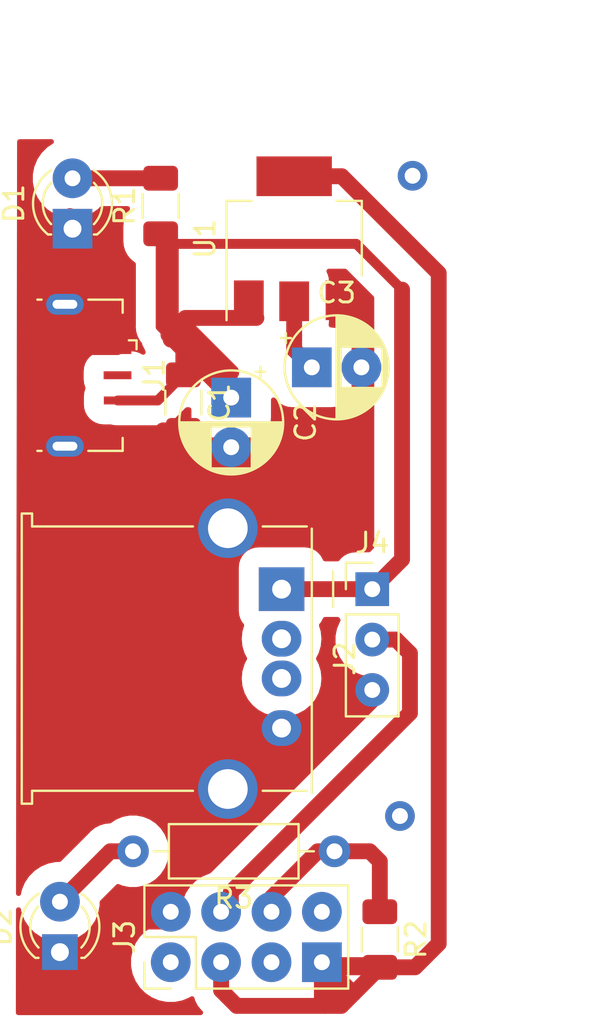
<source format=kicad_pcb>
(kicad_pcb (version 20171130) (host pcbnew "(5.1.6)-1")

  (general
    (thickness 1.6)
    (drawings 2)
    (tracks 107)
    (zones 0)
    (modules 13)
    (nets 8)
  )

  (page A4)
  (layers
    (0 F.Cu signal)
    (31 B.Cu signal hide)
    (32 B.Adhes user)
    (33 F.Adhes user)
    (34 B.Paste user)
    (35 F.Paste user)
    (36 B.SilkS user)
    (37 F.SilkS user)
    (38 B.Mask user)
    (39 F.Mask user)
    (40 Dwgs.User user)
    (41 Cmts.User user)
    (42 Eco1.User user)
    (43 Eco2.User user)
    (44 Edge.Cuts user)
    (45 Margin user)
    (46 B.CrtYd user)
    (47 F.CrtYd user)
    (48 B.Fab user)
    (49 F.Fab user)
  )

  (setup
    (last_trace_width 0.8)
    (user_trace_width 0.2)
    (user_trace_width 0.4)
    (user_trace_width 0.8)
    (user_trace_width 1)
    (user_trace_width 1.2)
    (user_trace_width 1.5)
    (user_trace_width 2)
    (trace_clearance 0.8)
    (zone_clearance 1)
    (zone_45_only yes)
    (trace_min 0.1)
    (via_size 1)
    (via_drill 0.8)
    (via_min_size 0.1)
    (via_min_drill 0.1)
    (user_via 0.2 0.1)
    (user_via 0.4 0.3)
    (user_via 0.5 0.4)
    (user_via 0.9 0.6)
    (user_via 1 0.4)
    (user_via 1.2 0.8)
    (user_via 1.5 0.8)
    (user_via 2 0.8)
    (blind_buried_vias_allowed yes)
    (uvia_size 0.3)
    (uvia_drill 0.1)
    (uvias_allowed no)
    (uvia_min_size 0.2)
    (uvia_min_drill 0.1)
    (edge_width 0.15)
    (segment_width 0.2)
    (pcb_text_width 0.3)
    (pcb_text_size 1.5 1.5)
    (mod_edge_width 0.15)
    (mod_text_size 1 1)
    (mod_text_width 0.15)
    (pad_size 3 3)
    (pad_drill 2)
    (pad_to_mask_clearance 0.051)
    (solder_mask_min_width 0.25)
    (aux_axis_origin 0 0)
    (visible_elements 7FFFFFDF)
    (pcbplotparams
      (layerselection 0x00000_ffffffff)
      (usegerberextensions false)
      (usegerberattributes true)
      (usegerberadvancedattributes true)
      (creategerberjobfile true)
      (excludeedgelayer true)
      (linewidth 0.100000)
      (plotframeref false)
      (viasonmask false)
      (mode 1)
      (useauxorigin false)
      (hpglpennumber 1)
      (hpglpenspeed 20)
      (hpglpendiameter 15.000000)
      (psnegative false)
      (psa4output false)
      (plotreference true)
      (plotvalue true)
      (plotinvisibletext false)
      (padsonsilk false)
      (subtractmaskfromsilk false)
      (outputformat 4)
      (mirror false)
      (drillshape 2)
      (scaleselection 1)
      (outputdirectory ""))
  )

  (net 0 "")
  (net 1 +5V)
  (net 2 GND)
  (net 3 +3V3)
  (net 4 "Net-(D1-Pad2)")
  (net 5 "Net-(D2-Pad2)")
  (net 6 S)
  (net 7 /GPIO00-FLASH)

  (net_class Default "This is the default net class."
    (clearance 0.8)
    (trace_width 0.5)
    (via_dia 1)
    (via_drill 0.8)
    (uvia_dia 0.3)
    (uvia_drill 0.1)
    (diff_pair_width 0.6)
    (diff_pair_gap 0.25)
    (add_net +3V3)
    (add_net +5V)
    (add_net /GPIO00-FLASH)
    (add_net GND)
    (add_net "Net-(D1-Pad2)")
    (add_net "Net-(D2-Pad2)")
    (add_net S)
  )

  (net_class fino ""
    (clearance 0.1)
    (trace_width 0.4)
    (via_dia 0.5)
    (via_drill 0.3)
    (uvia_dia 0.2)
    (uvia_drill 0.1)
    (diff_pair_width 0.4)
    (diff_pair_gap 0.25)
  )

  (module Package_TO_SOT_SMD:SOT-223-3_TabPin2 (layer F.Cu) (tedit 5F7502DA) (tstamp 5F71C4EA)
    (at 128.143 54.483 90)
    (descr "module CMS SOT223 4 pins")
    (tags "CMS SOT")
    (path /5F7122B4)
    (attr smd)
    (fp_text reference U1 (at 0 -4.5 90) (layer F.SilkS)
      (effects (font (size 1 1) (thickness 0.15)))
    )
    (fp_text value AP1117-33 (at 0 4.5 90) (layer F.Fab)
      (effects (font (size 1 1) (thickness 0.15)))
    )
    (fp_text user %R (at 0 0 180) (layer F.Fab)
      (effects (font (size 0.8 0.8) (thickness 0.12)))
    )
    (fp_line (start 1.91 3.41) (end 1.91 2.15) (layer F.SilkS) (width 0.12))
    (fp_line (start 1.91 -3.41) (end 1.91 -2.15) (layer F.SilkS) (width 0.12))
    (fp_line (start 4.4 -3.6) (end -4.4 -3.6) (layer F.CrtYd) (width 0.05))
    (fp_line (start 4.4 3.6) (end 4.4 -3.6) (layer F.CrtYd) (width 0.05))
    (fp_line (start -4.4 3.6) (end 4.4 3.6) (layer F.CrtYd) (width 0.05))
    (fp_line (start -4.4 -3.6) (end -4.4 3.6) (layer F.CrtYd) (width 0.05))
    (fp_line (start -1.85 -2.35) (end -0.85 -3.35) (layer F.Fab) (width 0.1))
    (fp_line (start -1.85 -2.35) (end -1.85 3.35) (layer F.Fab) (width 0.1))
    (fp_line (start -1.85 3.41) (end 1.91 3.41) (layer F.SilkS) (width 0.12))
    (fp_line (start -0.85 -3.35) (end 1.85 -3.35) (layer F.Fab) (width 0.1))
    (fp_line (start -4.1 -3.41) (end 1.91 -3.41) (layer F.SilkS) (width 0.12))
    (fp_line (start -1.85 3.35) (end 1.85 3.35) (layer F.Fab) (width 0.1))
    (fp_line (start 1.85 -3.35) (end 1.85 3.35) (layer F.Fab) (width 0.1))
    (pad 1 smd rect (at -3.0988 2.3368 90) (size 2 1.5) (layers F.Cu F.Paste F.Mask)
      (net 2 GND))
    (pad 3 smd rect (at -3.0988 -2.286 90) (size 2 1.5) (layers F.Cu F.Paste F.Mask)
      (net 1 +5V))
    (pad 2 smd rect (at -3.15 0 90) (size 2 1.5) (layers F.Cu F.Paste F.Mask)
      (net 3 +3V3))
    (pad 2 smd rect (at 3.15 0 90) (size 2 3.8) (layers F.Cu F.Paste F.Mask)
      (net 3 +3V3))
    (model ${KISYS3DMOD}/Package_TO_SOT_SMD.3dshapes/SOT-223.wrl
      (at (xyz 0 0 0))
      (scale (xyz 1 1 1))
      (rotate (xyz 0 0 0))
    )
  )

  (module Connector_USB:USB_Micro-B_GCT_USB3076-30-A (layer F.Cu) (tedit 5F73D2A8) (tstamp 5F71EF4F)
    (at 117.786 61.359 270)
    (descr "GCT Micro USB https://gct.co/files/drawings/usb3076.pdf")
    (tags "Micro-USB SMD Typ-B GCT")
    (path /5F711CA7)
    (attr smd)
    (fp_text reference J1 (at 0 -3.3 90) (layer F.SilkS)
      (effects (font (size 1 1) (thickness 0.15)))
    )
    (fp_text value USB_B_Micro (at 0 5.2 90) (layer F.Fab)
      (effects (font (size 1 1) (thickness 0.15)))
    )
    (fp_line (start -1.1 -2.16) (end -1.1 -1.95) (layer F.Fab) (width 0.1))
    (fp_line (start -1.5 -2.16) (end -1.5 -1.95) (layer F.Fab) (width 0.1))
    (fp_line (start -1.5 -2.16) (end -1.1 -2.16) (layer F.Fab) (width 0.1))
    (fp_line (start -1.1 -1.95) (end -1.3 -1.75) (layer F.Fab) (width 0.1))
    (fp_line (start -1.3 -1.75) (end -1.5 -1.95) (layer F.Fab) (width 0.1))
    (fp_line (start -1.76 -2.41) (end -1.76 -2.02) (layer F.SilkS) (width 0.12))
    (fp_line (start -1.76 -2.41) (end -1.31 -2.41) (layer F.SilkS) (width 0.12))
    (fp_line (start 3.81 -1.71) (end 3.16 -1.71) (layer F.SilkS) (width 0.12))
    (fp_line (start 3.81 0.02) (end 3.81 -1.71) (layer F.SilkS) (width 0.12))
    (fp_line (start -3.81 2.59) (end -3.81 2.38) (layer F.SilkS) (width 0.12))
    (fp_line (start -3.7 3.95) (end -3.7 -1.6) (layer F.Fab) (width 0.1))
    (fp_line (start -3.7 -1.6) (end 3.7 -1.6) (layer F.Fab) (width 0.1))
    (fp_line (start -3.7 3.95) (end 3.7 3.95) (layer F.Fab) (width 0.1))
    (fp_line (start -3 2.65) (end 3 2.65) (layer F.Fab) (width 0.1))
    (fp_line (start 3.7 3.95) (end 3.7 -1.6) (layer F.Fab) (width 0.1))
    (fp_line (start 3.81 2.59) (end 3.81 2.38) (layer F.SilkS) (width 0.12))
    (fp_line (start -3.81 0.02) (end -3.81 -1.71) (layer F.SilkS) (width 0.12))
    (fp_line (start -3.81 -1.71) (end -3.15 -1.71) (layer F.SilkS) (width 0.12))
    (fp_line (start -4.6 4.45) (end -4.6 -2.65) (layer F.CrtYd) (width 0.05))
    (fp_line (start -4.6 -2.65) (end 4.6 -2.65) (layer F.CrtYd) (width 0.05))
    (fp_line (start 4.6 -2.65) (end 4.6 4.45) (layer F.CrtYd) (width 0.05))
    (fp_line (start -4.6 4.45) (end 4.6 4.45) (layer F.CrtYd) (width 0.05))
    (fp_text user "PCB Edge" (at 0 2.65 90) (layer Dwgs.User)
      (effects (font (size 0.5 0.5) (thickness 0.08)))
    )
    (fp_text user %R (at 0 0.85 90) (layer F.Fab)
      (effects (font (size 1 1) (thickness 0.15)))
    )
    (pad 6 smd rect (at 1.125 1.2 270) (size 1.75 1.9) (layers F.Cu F.Paste F.Mask)
      (net 2 GND))
    (pad 1 smd rect (at 1.27 -1.4605 270) (size 0.4 1.4) (layers F.Cu F.Paste F.Mask)
      (net 1 +5V))
    (pad 5 smd rect (at -1.27 -1.45 270) (size 0.4 1.4) (layers F.Cu F.Paste F.Mask)
      (net 2 GND))
    (pad 3 smd rect (at 0 -1.45 270) (size 0.4 1.4) (layers F.Cu F.Paste F.Mask))
    (pad 6 smd rect (at -1.125 1.2 270) (size 1.75 1.9) (layers F.Cu F.Paste F.Mask)
      (net 2 GND))
    (pad 6 thru_hole oval (at -3.575 1.2 90) (size 1.05 1.9) (drill oval 0.45 1.25) (layers *.Cu *.Mask)
      (net 2 GND))
    (pad 6 thru_hole oval (at 3.575 1.2 270) (size 1.05 1.9) (drill oval 0.45 1.25) (layers *.Cu *.Mask)
      (net 2 GND))
    (pad 6 smd rect (at -2.54 -1.03 270) (size 0.8 1.15) (layers F.Cu F.Paste F.Mask)
      (net 2 GND))
    (model ${KISYS3DMOD}/Connector_USB.3dshapes/USB_Micro-B_GCT_USB3076-30-A.wrl
      (at (xyz 0 0 0))
      (scale (xyz 1 1 1))
      (rotate (xyz 0 0 0))
    )
  )

  (module Connector_PinHeader_2.54mm:PinHeader_2x04_P2.54mm_Vertical (layer F.Cu) (tedit 5F720EC2) (tstamp 5F71C48A)
    (at 121.92 90.932 90)
    (descr "Through hole straight pin header, 2x04, 2.54mm pitch, double rows")
    (tags "Through hole pin header THT 2x04 2.54mm double row")
    (path /5F733E36)
    (fp_text reference J3 (at 1.27 -2.33 90) (layer F.SilkS)
      (effects (font (size 1 1) (thickness 0.15)))
    )
    (fp_text value ESP01 (at 1.27 9.95 90) (layer F.Fab)
      (effects (font (size 1 1) (thickness 0.15)))
    )
    (fp_line (start 4.35 -1.8) (end -1.8 -1.8) (layer F.CrtYd) (width 0.05))
    (fp_line (start 4.35 9.4) (end 4.35 -1.8) (layer F.CrtYd) (width 0.05))
    (fp_line (start -1.8 9.4) (end 4.35 9.4) (layer F.CrtYd) (width 0.05))
    (fp_line (start -1.8 -1.8) (end -1.8 9.4) (layer F.CrtYd) (width 0.05))
    (fp_line (start -1.33 -1.33) (end 0 -1.33) (layer F.SilkS) (width 0.12))
    (fp_line (start -1.33 0) (end -1.33 -1.33) (layer F.SilkS) (width 0.12))
    (fp_line (start 1.27 -1.33) (end 3.87 -1.33) (layer F.SilkS) (width 0.12))
    (fp_line (start 1.27 1.27) (end 1.27 -1.33) (layer F.SilkS) (width 0.12))
    (fp_line (start -1.33 1.27) (end 1.27 1.27) (layer F.SilkS) (width 0.12))
    (fp_line (start 3.87 -1.33) (end 3.87 8.95) (layer F.SilkS) (width 0.12))
    (fp_line (start -1.33 1.27) (end -1.33 8.95) (layer F.SilkS) (width 0.12))
    (fp_line (start -1.33 8.95) (end 3.87 8.95) (layer F.SilkS) (width 0.12))
    (fp_line (start -1.27 0) (end 0 -1.27) (layer F.Fab) (width 0.1))
    (fp_line (start -1.27 8.89) (end -1.27 0) (layer F.Fab) (width 0.1))
    (fp_line (start 3.81 8.89) (end -1.27 8.89) (layer F.Fab) (width 0.1))
    (fp_line (start 3.81 -1.27) (end 3.81 8.89) (layer F.Fab) (width 0.1))
    (fp_line (start 0 -1.27) (end 3.81 -1.27) (layer F.Fab) (width 0.1))
    (fp_text user %R (at 1.27 3.81) (layer F.Fab)
      (effects (font (size 1 1) (thickness 0.15)))
    )
    (pad 1 thru_hole circle (at 0 0 90) (size 2 2) (drill 0.8) (layers *.Cu *.Mask))
    (pad 2 thru_hole circle (at 2.54 0 90) (size 2 2) (drill 0.8) (layers *.Cu *.Mask)
      (net 2 GND))
    (pad 3 thru_hole circle (at 0 2.54 90) (size 2 2) (drill 0.8) (layers *.Cu *.Mask)
      (net 3 +3V3))
    (pad 4 thru_hole oval (at 2.54 2.54 90) (size 2 2) (drill 0.8) (layers *.Cu *.Mask)
      (net 6 S))
    (pad 5 thru_hole circle (at 0 5.08 90) (size 2 2) (drill 0.8) (layers *.Cu *.Mask))
    (pad 6 thru_hole circle (at 2.54 5.08 90) (size 2 2) (drill 0.8) (layers *.Cu *.Mask)
      (net 7 /GPIO00-FLASH))
    (pad 7 thru_hole rect (at 0 7.62 90) (size 2 2) (drill 0.8) (layers *.Cu *.Mask)
      (net 3 +3V3))
    (pad 8 thru_hole oval (at 2.54 7.62 90) (size 2 2) (drill 0.8) (layers *.Cu *.Mask))
    (model ${KISYS3DMOD}/Connector_PinHeader_2.54mm.3dshapes/PinHeader_2x04_P2.54mm_Vertical.wrl
      (at (xyz 0 0 0))
      (scale (xyz 1 1 1))
      (rotate (xyz 0 0 0))
    )
  )

  (module Connector_USB:USB_A_Molex_67643_Horizontal (layer F.Cu) (tedit 5F7256D3) (tstamp 5F71C46C)
    (at 127.508 72.136 270)
    (descr "USB type A, Horizontal, https://www.molex.com/pdm_docs/sd/676433910_sd.pdf")
    (tags "USB_A Female Connector receptacle")
    (path /5F711569)
    (fp_text reference J2 (at 3.5 -3.19 270) (layer F.SilkS)
      (effects (font (size 1 1) (thickness 0.15)))
    )
    (fp_text value USB_A (at 3.5 14.5 270) (layer F.Fab)
      (effects (font (size 1 1) (thickness 0.15)))
    )
    (fp_line (start 0 -1.27) (end 1 -2.27) (layer F.Fab) (width 0.1))
    (fp_line (start -1 -2.27) (end 0 -1.27) (layer F.Fab) (width 0.1))
    (fp_line (start -0.9 -2.6) (end 0.9 -2.6) (layer F.SilkS) (width 0.12))
    (fp_line (start -3.05 12.69) (end -3.7 12.69) (layer F.Fab) (width 0.1))
    (fp_line (start 10.81 12.58) (end 10.16 12.58) (layer F.SilkS) (width 0.12))
    (fp_line (start -3.81 12.58) (end -3.81 13.1) (layer F.SilkS) (width 0.12))
    (fp_line (start 10.16 4.47) (end 10.16 12.58) (layer F.SilkS) (width 0.12))
    (fp_line (start -3.81 13.1) (end 10.81 13.1) (layer F.SilkS) (width 0.12))
    (fp_line (start 10.81 13.1) (end 10.81 12.58) (layer F.SilkS) (width 0.12))
    (fp_line (start -3.05 12.69) (end -3.05 -1.397) (layer F.Fab) (width 0.1))
    (fp_line (start 10.16 -1.27) (end 10.16 0.95) (layer F.SilkS) (width 0.12))
    (fp_line (start -3.16 -1.27) (end -3.16 0.95) (layer F.SilkS) (width 0.12))
    (fp_line (start -3.048 -1.524) (end 10.272 -1.524) (layer F.SilkS) (width 0.12))
    (fp_line (start -3.55 12.19) (end -3.55 4.66) (layer F.CrtYd) (width 0.05))
    (fp_line (start -4.2 12.19) (end -3.55 12.19) (layer F.CrtYd) (width 0.05))
    (fp_line (start -4.2 13.49) (end -4.2 12.19) (layer F.CrtYd) (width 0.05))
    (fp_line (start 10.55 12.19) (end 10.55 4.66) (layer F.CrtYd) (width 0.05))
    (fp_line (start 11.2 12.19) (end 10.55 12.19) (layer F.CrtYd) (width 0.05))
    (fp_line (start 11.2 13.49) (end 11.2 12.19) (layer F.CrtYd) (width 0.05))
    (fp_line (start -4.2 13.49) (end 11.2 13.49) (layer F.CrtYd) (width 0.05))
    (fp_line (start -3.55 -1.524) (end -3.55 0.76) (layer F.CrtYd) (width 0.05))
    (fp_line (start 10.55 -1.524) (end 10.55 0.76) (layer F.CrtYd) (width 0.05))
    (fp_line (start -3.55 -1.524) (end 10.55 -1.524) (layer F.CrtYd) (width 0.05))
    (fp_line (start -3.05 9.27) (end 10.05 9.27) (layer F.Fab) (width 0.1))
    (fp_line (start 10.7 12.69) (end 10.05 12.69) (layer F.Fab) (width 0.1))
    (fp_line (start 10.7 12.99) (end 10.7 12.69) (layer F.Fab) (width 0.1))
    (fp_line (start -3.7 12.99) (end 10.7 12.99) (layer F.Fab) (width 0.1))
    (fp_line (start -3.7 12.69) (end -3.7 12.99) (layer F.Fab) (width 0.1))
    (fp_line (start -3.16 12.58) (end -3.81 12.58) (layer F.SilkS) (width 0.12))
    (fp_line (start -3.16 12.58) (end -3.16 4.47) (layer F.SilkS) (width 0.12))
    (fp_line (start 10.0965 -1.4605) (end 10.05 12.69) (layer F.Fab) (width 0.1))
    (fp_line (start -3.05 -1.524) (end 10.05 -1.524) (layer F.Fab) (width 0.1))
    (fp_text user %R (at 3.554999 4.572 270) (layer F.Fab)
      (effects (font (size 1 1) (thickness 0.15)))
    )
    (fp_arc (start -3.07 2.71) (end -3.55 0.76) (angle -152.3426981) (layer F.CrtYd) (width 0.05))
    (fp_arc (start 10.07 2.71) (end 10.55 4.66) (angle -152.3426981) (layer F.CrtYd) (width 0.05))
    (pad 5 thru_hole circle (at -3.07 2.71 270) (size 3 3) (drill 2) (layers *.Cu *.Adhes *.Mask)
      (net 2 GND))
    (pad 5 thru_hole circle (at 10.07 2.71 270) (size 3 3) (drill 2) (layers *.Cu *.Mask)
      (net 2 GND))
    (pad 1 thru_hole rect (at 0 0 270) (size 2.2 2.3) (drill 0.95) (layers *.Cu *.Mask)
      (net 1 +5V))
    (pad 2 thru_hole oval (at 2.5 0 270) (size 1.8 2) (drill 0.95) (layers *.Cu *.Mask))
    (pad 3 thru_hole oval (at 4.5 0 270) (size 1.8 2) (drill 0.95) (layers *.Cu *.Mask))
    (pad 4 thru_hole oval (at 7 0 270) (size 1.8 2) (drill 0.95) (layers *.Cu *.Mask)
      (net 2 GND))
    (model ${KISYS3DMOD}/Connector_USB.3dshapes/USB_A_Molex_67643_Horizontal.wrl
      (at (xyz 0 0 0))
      (scale (xyz 1 1 1))
      (rotate (xyz 0 0 0))
    )
  )

  (module Capacitor_SMD:C_1206_3216Metric (layer F.Cu) (tedit 5B301BBE) (tstamp 5F71C29E)
    (at 122.555 62.738 270)
    (descr "Capacitor SMD 1206 (3216 Metric), square (rectangular) end terminal, IPC_7351 nominal, (Body size source: http://www.tortai-tech.com/upload/download/2011102023233369053.pdf), generated with kicad-footprint-generator")
    (tags capacitor)
    (path /5F713A08)
    (attr smd)
    (fp_text reference C1 (at 0 -1.82 270) (layer F.SilkS)
      (effects (font (size 1 1) (thickness 0.15)))
    )
    (fp_text value C (at 0 1.82 270) (layer F.Fab)
      (effects (font (size 1 1) (thickness 0.15)))
    )
    (fp_line (start 2.28 1.12) (end -2.28 1.12) (layer F.CrtYd) (width 0.05))
    (fp_line (start 2.28 -1.12) (end 2.28 1.12) (layer F.CrtYd) (width 0.05))
    (fp_line (start -2.28 -1.12) (end 2.28 -1.12) (layer F.CrtYd) (width 0.05))
    (fp_line (start -2.28 1.12) (end -2.28 -1.12) (layer F.CrtYd) (width 0.05))
    (fp_line (start -0.602064 0.91) (end 0.602064 0.91) (layer F.SilkS) (width 0.12))
    (fp_line (start -0.602064 -0.91) (end 0.602064 -0.91) (layer F.SilkS) (width 0.12))
    (fp_line (start 1.6 0.8) (end -1.6 0.8) (layer F.Fab) (width 0.1))
    (fp_line (start 1.6 -0.8) (end 1.6 0.8) (layer F.Fab) (width 0.1))
    (fp_line (start -1.6 -0.8) (end 1.6 -0.8) (layer F.Fab) (width 0.1))
    (fp_line (start -1.6 0.8) (end -1.6 -0.8) (layer F.Fab) (width 0.1))
    (fp_text user %R (at 0 0 270) (layer F.Fab)
      (effects (font (size 0.8 0.8) (thickness 0.12)))
    )
    (pad 1 smd roundrect (at -1.4 0 270) (size 1.25 1.75) (layers F.Cu F.Paste F.Mask) (roundrect_rratio 0.2)
      (net 1 +5V))
    (pad 2 smd roundrect (at 1.4 0 270) (size 1.25 1.75) (layers F.Cu F.Paste F.Mask) (roundrect_rratio 0.2)
      (net 2 GND))
    (model ${KISYS3DMOD}/Capacitor_SMD.3dshapes/C_1206_3216Metric.wrl
      (at (xyz 0 0 0))
      (scale (xyz 1 1 1))
      (rotate (xyz 0 0 0))
    )
  )

  (module LED_THT:LED_D3.0mm_IRGrey (layer F.Cu) (tedit 5F715605) (tstamp 5F71C404)
    (at 116.967 53.975 90)
    (descr "IR-LED, diameter 3.0mm, 2 pins, color: grey")
    (tags "IR infrared LED diameter 3.0mm 2 pins grey")
    (path /5F712FE9)
    (fp_text reference D1 (at 1.27 -2.96 90) (layer F.SilkS)
      (effects (font (size 1 1) (thickness 0.15)))
    )
    (fp_text value "ROJO ON" (at 1.27 2.96 90) (layer F.Fab)
      (effects (font (size 1 1) (thickness 0.15)))
    )
    (fp_circle (center 1.27 0) (end 2.77 0) (layer F.Fab) (width 0.1))
    (fp_line (start 3.7 -2.25) (end -1.15 -2.25) (layer F.CrtYd) (width 0.05))
    (fp_line (start 3.7 2.25) (end 3.7 -2.25) (layer F.CrtYd) (width 0.05))
    (fp_line (start -1.15 2.25) (end 3.7 2.25) (layer F.CrtYd) (width 0.05))
    (fp_line (start -1.15 -2.25) (end -1.15 2.25) (layer F.CrtYd) (width 0.05))
    (fp_line (start -0.29 1.08) (end -0.29 1.236) (layer F.SilkS) (width 0.12))
    (fp_line (start -0.29 -1.236) (end -0.29 -1.08) (layer F.SilkS) (width 0.12))
    (fp_line (start -0.23 -1.16619) (end -0.23 1.16619) (layer F.Fab) (width 0.1))
    (fp_text user %R (at 1.47 0 90) (layer F.Fab)
      (effects (font (size 0.8 0.8) (thickness 0.12)))
    )
    (fp_arc (start 1.27 0) (end -0.23 -1.16619) (angle 284.3) (layer F.Fab) (width 0.1))
    (fp_arc (start 1.27 0) (end -0.29 -1.235516) (angle 108.8) (layer F.SilkS) (width 0.12))
    (fp_arc (start 1.27 0) (end -0.29 1.235516) (angle -108.8) (layer F.SilkS) (width 0.12))
    (fp_arc (start 1.27 0) (end 0.229039 -1.08) (angle 87.9) (layer F.SilkS) (width 0.12))
    (fp_arc (start 1.27 0) (end 0.229039 1.08) (angle -87.9) (layer F.SilkS) (width 0.12))
    (pad 1 thru_hole rect (at 0 0 90) (size 2 2) (drill 0.9) (layers *.Cu *.Mask)
      (net 2 GND))
    (pad 2 thru_hole circle (at 2.54 0 90) (size 2 2) (drill 0.8) (layers *.Cu *.Mask)
      (net 4 "Net-(D1-Pad2)"))
    (model ${KISYS3DMOD}/LED_THT.3dshapes/LED_D3.0mm_IRGrey.wrl
      (at (xyz 0 0 0))
      (scale (xyz 1 1 1))
      (rotate (xyz 0 0 0))
    )
  )

  (module LED_THT:LED_D3.0mm_IRGrey (layer F.Cu) (tedit 5F71FA8C) (tstamp 5F71C418)
    (at 116.332 90.424 90)
    (descr "IR-LED, diameter 3.0mm, 2 pins, color: grey")
    (tags "IR infrared LED diameter 3.0mm 2 pins grey")
    (path /5F73F1AE)
    (fp_text reference D2 (at 1.27 -2.96 90) (layer F.SilkS)
      (effects (font (size 1 1) (thickness 0.15)))
    )
    (fp_text value "AZUL LINK" (at 1.27 2.96 90) (layer F.Fab)
      (effects (font (size 1 1) (thickness 0.15)))
    )
    (fp_line (start -0.23 -1.16619) (end -0.23 1.16619) (layer F.Fab) (width 0.1))
    (fp_line (start -0.29 -1.236) (end -0.29 -1.08) (layer F.SilkS) (width 0.12))
    (fp_line (start -0.29 1.08) (end -0.29 1.236) (layer F.SilkS) (width 0.12))
    (fp_line (start -1.15 -2.25) (end -1.15 2.25) (layer F.CrtYd) (width 0.05))
    (fp_line (start -1.15 2.25) (end 3.7 2.25) (layer F.CrtYd) (width 0.05))
    (fp_line (start 3.7 2.25) (end 3.7 -2.25) (layer F.CrtYd) (width 0.05))
    (fp_line (start 3.7 -2.25) (end -1.15 -2.25) (layer F.CrtYd) (width 0.05))
    (fp_circle (center 1.27 0) (end 2.77 0) (layer F.Fab) (width 0.1))
    (fp_arc (start 1.27 0) (end 0.229039 1.08) (angle -87.9) (layer F.SilkS) (width 0.12))
    (fp_arc (start 1.27 0) (end 0.229039 -1.08) (angle 87.9) (layer F.SilkS) (width 0.12))
    (fp_arc (start 1.27 0) (end -0.29 1.235516) (angle -108.8) (layer F.SilkS) (width 0.12))
    (fp_arc (start 1.27 0) (end -0.29 -1.235516) (angle 108.8) (layer F.SilkS) (width 0.12))
    (fp_arc (start 1.27 0) (end -0.23 -1.16619) (angle 284.3) (layer F.Fab) (width 0.1))
    (fp_text user %R (at 1.47 0 90) (layer F.Fab)
      (effects (font (size 0.8 0.8) (thickness 0.12)))
    )
    (pad 2 thru_hole circle (at 2.54 0 90) (size 2 2) (drill 0.8) (layers *.Cu *.Mask)
      (net 5 "Net-(D2-Pad2)"))
    (pad 1 thru_hole rect (at 0 0 90) (size 1.8 1.8) (drill 0.9) (layers *.Cu *.Mask)
      (net 2 GND))
    (model ${KISYS3DMOD}/LED_THT.3dshapes/LED_D3.0mm_IRGrey.wrl
      (at (xyz 0 0 0))
      (scale (xyz 1 1 1))
      (rotate (xyz 0 0 0))
    )
  )

  (module Connector_PinHeader_2.54mm:PinHeader_1x03_P2.54mm_Vertical (layer F.Cu) (tedit 5F720CB6) (tstamp 5F71C4A1)
    (at 132.08 72.136)
    (descr "Through hole straight pin header, 1x03, 2.54mm pitch, single row")
    (tags "Through hole pin header THT 1x03 2.54mm single row")
    (path /5F716960)
    (fp_text reference J4 (at 0 -2.33) (layer F.SilkS)
      (effects (font (size 1 1) (thickness 0.15)))
    )
    (fp_text value "RGB Neo" (at 0 7.41) (layer F.Fab)
      (effects (font (size 1 1) (thickness 0.15)))
    )
    (fp_line (start -0.635 -1.27) (end 1.27 -1.27) (layer F.Fab) (width 0.1))
    (fp_line (start 1.27 -1.27) (end 1.27 6.35) (layer F.Fab) (width 0.1))
    (fp_line (start 1.27 6.35) (end -1.27 6.35) (layer F.Fab) (width 0.1))
    (fp_line (start -1.27 6.35) (end -1.27 -0.635) (layer F.Fab) (width 0.1))
    (fp_line (start -1.27 -0.635) (end -0.635 -1.27) (layer F.Fab) (width 0.1))
    (fp_line (start -1.33 6.41) (end 1.33 6.41) (layer F.SilkS) (width 0.12))
    (fp_line (start -1.33 1.27) (end -1.33 6.41) (layer F.SilkS) (width 0.12))
    (fp_line (start 1.33 1.27) (end 1.33 6.41) (layer F.SilkS) (width 0.12))
    (fp_line (start -1.33 1.27) (end 1.33 1.27) (layer F.SilkS) (width 0.12))
    (fp_line (start -1.33 0) (end -1.33 -1.33) (layer F.SilkS) (width 0.12))
    (fp_line (start -1.33 -1.33) (end 0 -1.33) (layer F.SilkS) (width 0.12))
    (fp_line (start -1.8 -1.8) (end -1.8 6.85) (layer F.CrtYd) (width 0.05))
    (fp_line (start -1.8 6.85) (end 1.8 6.85) (layer F.CrtYd) (width 0.05))
    (fp_line (start 1.8 6.85) (end 1.8 -1.8) (layer F.CrtYd) (width 0.05))
    (fp_line (start 1.8 -1.8) (end -1.8 -1.8) (layer F.CrtYd) (width 0.05))
    (fp_text user %R (at 0 2.54 -270) (layer F.Fab)
      (effects (font (size 1 1) (thickness 0.15)))
    )
    (pad 3 thru_hole oval (at 0 5.08) (size 1.7 1.7) (drill 0.8) (layers *.Cu *.Mask)
      (net 2 GND))
    (pad 2 thru_hole oval (at 0 2.54) (size 1.7 1.7) (drill 0.8) (layers *.Cu *.Mask)
      (net 6 S))
    (pad 1 thru_hole rect (at 0 0) (size 1.7 1.7) (drill 0.8) (layers *.Cu *.Mask)
      (net 1 +5V))
    (model ${KISYS3DMOD}/Connector_PinHeader_2.54mm.3dshapes/PinHeader_1x03_P2.54mm_Vertical.wrl
      (at (xyz 0 0 0))
      (scale (xyz 1 1 1))
      (rotate (xyz 0 0 0))
    )
  )

  (module Resistor_SMD:R_1206_3216Metric (layer F.Cu) (tedit 5B301BBD) (tstamp 5F71C4B2)
    (at 121.412 52.832 90)
    (descr "Resistor SMD 1206 (3216 Metric), square (rectangular) end terminal, IPC_7351 nominal, (Body size source: http://www.tortai-tech.com/upload/download/2011102023233369053.pdf), generated with kicad-footprint-generator")
    (tags resistor)
    (path /5F713453)
    (attr smd)
    (fp_text reference R1 (at 0 -1.82 90) (layer F.SilkS)
      (effects (font (size 1 1) (thickness 0.15)))
    )
    (fp_text value 330 (at 0 1.82 90) (layer F.Fab)
      (effects (font (size 1 1) (thickness 0.15)))
    )
    (fp_line (start 2.28 1.12) (end -2.28 1.12) (layer F.CrtYd) (width 0.05))
    (fp_line (start 2.28 -1.12) (end 2.28 1.12) (layer F.CrtYd) (width 0.05))
    (fp_line (start -2.28 -1.12) (end 2.28 -1.12) (layer F.CrtYd) (width 0.05))
    (fp_line (start -2.28 1.12) (end -2.28 -1.12) (layer F.CrtYd) (width 0.05))
    (fp_line (start -0.602064 0.91) (end 0.602064 0.91) (layer F.SilkS) (width 0.12))
    (fp_line (start -0.602064 -0.91) (end 0.602064 -0.91) (layer F.SilkS) (width 0.12))
    (fp_line (start 1.6 0.8) (end -1.6 0.8) (layer F.Fab) (width 0.1))
    (fp_line (start 1.6 -0.8) (end 1.6 0.8) (layer F.Fab) (width 0.1))
    (fp_line (start -1.6 -0.8) (end 1.6 -0.8) (layer F.Fab) (width 0.1))
    (fp_line (start -1.6 0.8) (end -1.6 -0.8) (layer F.Fab) (width 0.1))
    (fp_text user %R (at 0 0 90) (layer F.Fab)
      (effects (font (size 0.8 0.8) (thickness 0.12)))
    )
    (pad 1 smd roundrect (at -1.4 0 90) (size 1.25 1.75) (layers F.Cu F.Paste F.Mask) (roundrect_rratio 0.2)
      (net 1 +5V))
    (pad 2 smd roundrect (at 1.4 0 90) (size 1.25 1.75) (layers F.Cu F.Paste F.Mask) (roundrect_rratio 0.2)
      (net 4 "Net-(D1-Pad2)"))
    (model ${KISYS3DMOD}/Resistor_SMD.3dshapes/R_1206_3216Metric.wrl
      (at (xyz 0 0 0))
      (scale (xyz 1 1 1))
      (rotate (xyz 0 0 0))
    )
  )

  (module Resistor_SMD:R_1206_3216Metric (layer F.Cu) (tedit 5B301BBD) (tstamp 5F721EAD)
    (at 132.461 89.789 270)
    (descr "Resistor SMD 1206 (3216 Metric), square (rectangular) end terminal, IPC_7351 nominal, (Body size source: http://www.tortai-tech.com/upload/download/2011102023233369053.pdf), generated with kicad-footprint-generator")
    (tags resistor)
    (path /5F72C2F0)
    (attr smd)
    (fp_text reference R2 (at 0 -1.82 90) (layer F.SilkS)
      (effects (font (size 1 1) (thickness 0.15)))
    )
    (fp_text value 10K (at 0 1.82 90) (layer F.Fab)
      (effects (font (size 1 1) (thickness 0.15)))
    )
    (fp_line (start -1.6 0.8) (end -1.6 -0.8) (layer F.Fab) (width 0.1))
    (fp_line (start -1.6 -0.8) (end 1.6 -0.8) (layer F.Fab) (width 0.1))
    (fp_line (start 1.6 -0.8) (end 1.6 0.8) (layer F.Fab) (width 0.1))
    (fp_line (start 1.6 0.8) (end -1.6 0.8) (layer F.Fab) (width 0.1))
    (fp_line (start -0.602064 -0.91) (end 0.602064 -0.91) (layer F.SilkS) (width 0.12))
    (fp_line (start -0.602064 0.91) (end 0.602064 0.91) (layer F.SilkS) (width 0.12))
    (fp_line (start -2.28 1.12) (end -2.28 -1.12) (layer F.CrtYd) (width 0.05))
    (fp_line (start -2.28 -1.12) (end 2.28 -1.12) (layer F.CrtYd) (width 0.05))
    (fp_line (start 2.28 -1.12) (end 2.28 1.12) (layer F.CrtYd) (width 0.05))
    (fp_line (start 2.28 1.12) (end -2.28 1.12) (layer F.CrtYd) (width 0.05))
    (fp_text user %R (at 0.127 0 90) (layer F.Fab)
      (effects (font (size 0.8 0.8) (thickness 0.12)))
    )
    (pad 2 smd roundrect (at 1.4 0 270) (size 1.25 1.75) (layers F.Cu F.Paste F.Mask) (roundrect_rratio 0.2)
      (net 3 +3V3))
    (pad 1 smd roundrect (at -1.4 0 270) (size 1.25 1.75) (layers F.Cu F.Paste F.Mask) (roundrect_rratio 0.2)
      (net 7 /GPIO00-FLASH))
    (model ${KISYS3DMOD}/Resistor_SMD.3dshapes/R_1206_3216Metric.wrl
      (at (xyz 0 0 0))
      (scale (xyz 1 1 1))
      (rotate (xyz 0 0 0))
    )
  )

  (module Capacitor_THT:CP_Radial_D5.0mm_P2.50mm (layer F.Cu) (tedit 5F715619) (tstamp 5F71DC9E)
    (at 124.968 62.484 270)
    (descr "CP, Radial series, Radial, pin pitch=2.50mm, , diameter=5mm, Electrolytic Capacitor")
    (tags "CP Radial series Radial pin pitch 2.50mm  diameter 5mm Electrolytic Capacitor")
    (path /5F717DE7)
    (fp_text reference C2 (at 1.25 -3.75 90) (layer F.SilkS)
      (effects (font (size 1 1) (thickness 0.15)))
    )
    (fp_text value 10uF (at 1.25 3.75 90) (layer F.Fab)
      (effects (font (size 1 1) (thickness 0.15)))
    )
    (fp_line (start -1.304775 -1.725) (end -1.304775 -1.225) (layer F.SilkS) (width 0.12))
    (fp_line (start -1.554775 -1.475) (end -1.054775 -1.475) (layer F.SilkS) (width 0.12))
    (fp_line (start 3.851 -0.284) (end 3.851 0.284) (layer F.SilkS) (width 0.12))
    (fp_line (start 3.811 -0.518) (end 3.811 0.518) (layer F.SilkS) (width 0.12))
    (fp_line (start 3.771 -0.677) (end 3.771 0.677) (layer F.SilkS) (width 0.12))
    (fp_line (start 3.731 -0.805) (end 3.731 0.805) (layer F.SilkS) (width 0.12))
    (fp_line (start 3.691 -0.915) (end 3.691 0.915) (layer F.SilkS) (width 0.12))
    (fp_line (start 3.651 -1.011) (end 3.651 1.011) (layer F.SilkS) (width 0.12))
    (fp_line (start 3.611 -1.098) (end 3.611 1.098) (layer F.SilkS) (width 0.12))
    (fp_line (start 3.571 -1.178) (end 3.571 1.178) (layer F.SilkS) (width 0.12))
    (fp_line (start 3.531 1.04) (end 3.531 1.251) (layer F.SilkS) (width 0.12))
    (fp_line (start 3.531 -1.251) (end 3.531 -1.04) (layer F.SilkS) (width 0.12))
    (fp_line (start 3.491 1.04) (end 3.491 1.319) (layer F.SilkS) (width 0.12))
    (fp_line (start 3.491 -1.319) (end 3.491 -1.04) (layer F.SilkS) (width 0.12))
    (fp_line (start 3.451 1.04) (end 3.451 1.383) (layer F.SilkS) (width 0.12))
    (fp_line (start 3.451 -1.383) (end 3.451 -1.04) (layer F.SilkS) (width 0.12))
    (fp_line (start 3.411 1.04) (end 3.411 1.443) (layer F.SilkS) (width 0.12))
    (fp_line (start 3.411 -1.443) (end 3.411 -1.04) (layer F.SilkS) (width 0.12))
    (fp_line (start 3.371 1.04) (end 3.371 1.5) (layer F.SilkS) (width 0.12))
    (fp_line (start 3.371 -1.5) (end 3.371 -1.04) (layer F.SilkS) (width 0.12))
    (fp_line (start 3.331 1.04) (end 3.331 1.554) (layer F.SilkS) (width 0.12))
    (fp_line (start 3.331 -1.554) (end 3.331 -1.04) (layer F.SilkS) (width 0.12))
    (fp_line (start 3.291 1.04) (end 3.291 1.605) (layer F.SilkS) (width 0.12))
    (fp_line (start 3.291 -1.605) (end 3.291 -1.04) (layer F.SilkS) (width 0.12))
    (fp_line (start 3.251 1.04) (end 3.251 1.653) (layer F.SilkS) (width 0.12))
    (fp_line (start 3.251 -1.653) (end 3.251 -1.04) (layer F.SilkS) (width 0.12))
    (fp_line (start 3.211 1.04) (end 3.211 1.699) (layer F.SilkS) (width 0.12))
    (fp_line (start 3.211 -1.699) (end 3.211 -1.04) (layer F.SilkS) (width 0.12))
    (fp_line (start 3.171 1.04) (end 3.171 1.743) (layer F.SilkS) (width 0.12))
    (fp_line (start 3.171 -1.743) (end 3.171 -1.04) (layer F.SilkS) (width 0.12))
    (fp_line (start 3.131 1.04) (end 3.131 1.785) (layer F.SilkS) (width 0.12))
    (fp_line (start 3.131 -1.785) (end 3.131 -1.04) (layer F.SilkS) (width 0.12))
    (fp_line (start 3.091 1.04) (end 3.091 1.826) (layer F.SilkS) (width 0.12))
    (fp_line (start 3.091 -1.826) (end 3.091 -1.04) (layer F.SilkS) (width 0.12))
    (fp_line (start 3.051 1.04) (end 3.051 1.864) (layer F.SilkS) (width 0.12))
    (fp_line (start 3.051 -1.864) (end 3.051 -1.04) (layer F.SilkS) (width 0.12))
    (fp_line (start 3.011 1.04) (end 3.011 1.901) (layer F.SilkS) (width 0.12))
    (fp_line (start 3.011 -1.901) (end 3.011 -1.04) (layer F.SilkS) (width 0.12))
    (fp_line (start 2.971 1.04) (end 2.971 1.937) (layer F.SilkS) (width 0.12))
    (fp_line (start 2.971 -1.937) (end 2.971 -1.04) (layer F.SilkS) (width 0.12))
    (fp_line (start 2.931 1.04) (end 2.931 1.971) (layer F.SilkS) (width 0.12))
    (fp_line (start 2.931 -1.971) (end 2.931 -1.04) (layer F.SilkS) (width 0.12))
    (fp_line (start 2.891 1.04) (end 2.891 2.004) (layer F.SilkS) (width 0.12))
    (fp_line (start 2.891 -2.004) (end 2.891 -1.04) (layer F.SilkS) (width 0.12))
    (fp_line (start 2.851 1.04) (end 2.851 2.035) (layer F.SilkS) (width 0.12))
    (fp_line (start 2.851 -2.035) (end 2.851 -1.04) (layer F.SilkS) (width 0.12))
    (fp_line (start 2.811 1.04) (end 2.811 2.065) (layer F.SilkS) (width 0.12))
    (fp_line (start 2.811 -2.065) (end 2.811 -1.04) (layer F.SilkS) (width 0.12))
    (fp_line (start 2.771 1.04) (end 2.771 2.095) (layer F.SilkS) (width 0.12))
    (fp_line (start 2.771 -2.095) (end 2.771 -1.04) (layer F.SilkS) (width 0.12))
    (fp_line (start 2.731 1.04) (end 2.731 2.122) (layer F.SilkS) (width 0.12))
    (fp_line (start 2.731 -2.122) (end 2.731 -1.04) (layer F.SilkS) (width 0.12))
    (fp_line (start 2.691 1.04) (end 2.691 2.149) (layer F.SilkS) (width 0.12))
    (fp_line (start 2.691 -2.149) (end 2.691 -1.04) (layer F.SilkS) (width 0.12))
    (fp_line (start 2.651 1.04) (end 2.651 2.175) (layer F.SilkS) (width 0.12))
    (fp_line (start 2.651 -2.175) (end 2.651 -1.04) (layer F.SilkS) (width 0.12))
    (fp_line (start 2.611 1.04) (end 2.611 2.2) (layer F.SilkS) (width 0.12))
    (fp_line (start 2.611 -2.2) (end 2.611 -1.04) (layer F.SilkS) (width 0.12))
    (fp_line (start 2.571 1.04) (end 2.571 2.224) (layer F.SilkS) (width 0.12))
    (fp_line (start 2.571 -2.224) (end 2.571 -1.04) (layer F.SilkS) (width 0.12))
    (fp_line (start 2.531 1.04) (end 2.531 2.247) (layer F.SilkS) (width 0.12))
    (fp_line (start 2.531 -2.247) (end 2.531 -1.04) (layer F.SilkS) (width 0.12))
    (fp_line (start 2.491 1.04) (end 2.491 2.268) (layer F.SilkS) (width 0.12))
    (fp_line (start 2.491 -2.268) (end 2.491 -1.04) (layer F.SilkS) (width 0.12))
    (fp_line (start 2.451 1.04) (end 2.451 2.29) (layer F.SilkS) (width 0.12))
    (fp_line (start 2.451 -2.29) (end 2.451 -1.04) (layer F.SilkS) (width 0.12))
    (fp_line (start 2.411 1.04) (end 2.411 2.31) (layer F.SilkS) (width 0.12))
    (fp_line (start 2.411 -2.31) (end 2.411 -1.04) (layer F.SilkS) (width 0.12))
    (fp_line (start 2.371 1.04) (end 2.371 2.329) (layer F.SilkS) (width 0.12))
    (fp_line (start 2.371 -2.329) (end 2.371 -1.04) (layer F.SilkS) (width 0.12))
    (fp_line (start 2.331 1.04) (end 2.331 2.348) (layer F.SilkS) (width 0.12))
    (fp_line (start 2.331 -2.348) (end 2.331 -1.04) (layer F.SilkS) (width 0.12))
    (fp_line (start 2.291 1.04) (end 2.291 2.365) (layer F.SilkS) (width 0.12))
    (fp_line (start 2.291 -2.365) (end 2.291 -1.04) (layer F.SilkS) (width 0.12))
    (fp_line (start 2.251 1.04) (end 2.251 2.382) (layer F.SilkS) (width 0.12))
    (fp_line (start 2.251 -2.382) (end 2.251 -1.04) (layer F.SilkS) (width 0.12))
    (fp_line (start 2.211 1.04) (end 2.211 2.398) (layer F.SilkS) (width 0.12))
    (fp_line (start 2.211 -2.398) (end 2.211 -1.04) (layer F.SilkS) (width 0.12))
    (fp_line (start 2.171 1.04) (end 2.171 2.414) (layer F.SilkS) (width 0.12))
    (fp_line (start 2.171 -2.414) (end 2.171 -1.04) (layer F.SilkS) (width 0.12))
    (fp_line (start 2.131 1.04) (end 2.131 2.428) (layer F.SilkS) (width 0.12))
    (fp_line (start 2.131 -2.428) (end 2.131 -1.04) (layer F.SilkS) (width 0.12))
    (fp_line (start 2.091 1.04) (end 2.091 2.442) (layer F.SilkS) (width 0.12))
    (fp_line (start 2.091 -2.442) (end 2.091 -1.04) (layer F.SilkS) (width 0.12))
    (fp_line (start 2.051 1.04) (end 2.051 2.455) (layer F.SilkS) (width 0.12))
    (fp_line (start 2.051 -2.455) (end 2.051 -1.04) (layer F.SilkS) (width 0.12))
    (fp_line (start 2.011 1.04) (end 2.011 2.468) (layer F.SilkS) (width 0.12))
    (fp_line (start 2.011 -2.468) (end 2.011 -1.04) (layer F.SilkS) (width 0.12))
    (fp_line (start 1.971 1.04) (end 1.971 2.48) (layer F.SilkS) (width 0.12))
    (fp_line (start 1.971 -2.48) (end 1.971 -1.04) (layer F.SilkS) (width 0.12))
    (fp_line (start 1.93 1.04) (end 1.93 2.491) (layer F.SilkS) (width 0.12))
    (fp_line (start 1.93 -2.491) (end 1.93 -1.04) (layer F.SilkS) (width 0.12))
    (fp_line (start 1.89 1.04) (end 1.89 2.501) (layer F.SilkS) (width 0.12))
    (fp_line (start 1.89 -2.501) (end 1.89 -1.04) (layer F.SilkS) (width 0.12))
    (fp_line (start 1.85 1.04) (end 1.85 2.511) (layer F.SilkS) (width 0.12))
    (fp_line (start 1.85 -2.511) (end 1.85 -1.04) (layer F.SilkS) (width 0.12))
    (fp_line (start 1.81 1.04) (end 1.81 2.52) (layer F.SilkS) (width 0.12))
    (fp_line (start 1.81 -2.52) (end 1.81 -1.04) (layer F.SilkS) (width 0.12))
    (fp_line (start 1.77 1.04) (end 1.77 2.528) (layer F.SilkS) (width 0.12))
    (fp_line (start 1.77 -2.528) (end 1.77 -1.04) (layer F.SilkS) (width 0.12))
    (fp_line (start 1.73 1.04) (end 1.73 2.536) (layer F.SilkS) (width 0.12))
    (fp_line (start 1.73 -2.536) (end 1.73 -1.04) (layer F.SilkS) (width 0.12))
    (fp_line (start 1.69 1.04) (end 1.69 2.543) (layer F.SilkS) (width 0.12))
    (fp_line (start 1.69 -2.543) (end 1.69 -1.04) (layer F.SilkS) (width 0.12))
    (fp_line (start 1.65 1.04) (end 1.65 2.55) (layer F.SilkS) (width 0.12))
    (fp_line (start 1.65 -2.55) (end 1.65 -1.04) (layer F.SilkS) (width 0.12))
    (fp_line (start 1.61 1.04) (end 1.61 2.556) (layer F.SilkS) (width 0.12))
    (fp_line (start 1.61 -2.556) (end 1.61 -1.04) (layer F.SilkS) (width 0.12))
    (fp_line (start 1.57 1.04) (end 1.57 2.561) (layer F.SilkS) (width 0.12))
    (fp_line (start 1.57 -2.561) (end 1.57 -1.04) (layer F.SilkS) (width 0.12))
    (fp_line (start 1.53 1.04) (end 1.53 2.565) (layer F.SilkS) (width 0.12))
    (fp_line (start 1.53 -2.565) (end 1.53 -1.04) (layer F.SilkS) (width 0.12))
    (fp_line (start 1.49 1.04) (end 1.49 2.569) (layer F.SilkS) (width 0.12))
    (fp_line (start 1.49 -2.569) (end 1.49 -1.04) (layer F.SilkS) (width 0.12))
    (fp_line (start 1.45 -2.573) (end 1.45 2.573) (layer F.SilkS) (width 0.12))
    (fp_line (start 1.41 -2.576) (end 1.41 2.576) (layer F.SilkS) (width 0.12))
    (fp_line (start 1.37 -2.578) (end 1.37 2.578) (layer F.SilkS) (width 0.12))
    (fp_line (start 1.33 -2.579) (end 1.33 2.579) (layer F.SilkS) (width 0.12))
    (fp_line (start 1.29 -2.58) (end 1.29 2.58) (layer F.SilkS) (width 0.12))
    (fp_line (start 1.25 -2.58) (end 1.25 2.58) (layer F.SilkS) (width 0.12))
    (fp_line (start -0.633605 -1.3375) (end -0.633605 -0.8375) (layer F.Fab) (width 0.1))
    (fp_line (start -0.883605 -1.0875) (end -0.383605 -1.0875) (layer F.Fab) (width 0.1))
    (fp_circle (center 1.25 0) (end 4 0) (layer F.CrtYd) (width 0.05))
    (fp_circle (center 1.25 0) (end 3.87 0) (layer F.SilkS) (width 0.12))
    (fp_circle (center 1.25 0) (end 3.75 0) (layer F.Fab) (width 0.1))
    (fp_text user %R (at 1.25 0 90) (layer F.Fab)
      (effects (font (size 1 1) (thickness 0.15)))
    )
    (pad 1 thru_hole rect (at 0 0 270) (size 2 2) (drill 0.8) (layers *.Cu *.Mask)
      (net 1 +5V))
    (pad 2 thru_hole circle (at 2.5 0 270) (size 2 2) (drill 0.8) (layers *.Cu *.Mask)
      (net 2 GND))
    (model ${KISYS3DMOD}/Capacitor_THT.3dshapes/CP_Radial_D5.0mm_P2.50mm.wrl
      (at (xyz 0 0 0))
      (scale (xyz 1 1 1))
      (rotate (xyz 0 0 0))
    )
  )

  (module Capacitor_THT:CP_Radial_D5.0mm_P2.50mm (layer F.Cu) (tedit 5F715628) (tstamp 5F71DD21)
    (at 129.032 60.96)
    (descr "CP, Radial series, Radial, pin pitch=2.50mm, , diameter=5mm, Electrolytic Capacitor")
    (tags "CP Radial series Radial pin pitch 2.50mm  diameter 5mm Electrolytic Capacitor")
    (path /5F7182B4)
    (fp_text reference C3 (at 1.25 -3.75) (layer F.SilkS)
      (effects (font (size 1 1) (thickness 0.15)))
    )
    (fp_text value 47uF (at 1.25 3.75) (layer F.Fab)
      (effects (font (size 1 1) (thickness 0.15)))
    )
    (fp_circle (center 1.25 0) (end 3.75 0) (layer F.Fab) (width 0.1))
    (fp_circle (center 1.25 0) (end 3.87 0) (layer F.SilkS) (width 0.12))
    (fp_circle (center 1.25 0) (end 4 0) (layer F.CrtYd) (width 0.05))
    (fp_line (start -0.883605 -1.0875) (end -0.383605 -1.0875) (layer F.Fab) (width 0.1))
    (fp_line (start -0.633605 -1.3375) (end -0.633605 -0.8375) (layer F.Fab) (width 0.1))
    (fp_line (start 1.25 -2.58) (end 1.25 2.58) (layer F.SilkS) (width 0.12))
    (fp_line (start 1.29 -2.58) (end 1.29 2.58) (layer F.SilkS) (width 0.12))
    (fp_line (start 1.33 -2.579) (end 1.33 2.579) (layer F.SilkS) (width 0.12))
    (fp_line (start 1.37 -2.578) (end 1.37 2.578) (layer F.SilkS) (width 0.12))
    (fp_line (start 1.41 -2.576) (end 1.41 2.576) (layer F.SilkS) (width 0.12))
    (fp_line (start 1.45 -2.573) (end 1.45 2.573) (layer F.SilkS) (width 0.12))
    (fp_line (start 1.49 -2.569) (end 1.49 -1.04) (layer F.SilkS) (width 0.12))
    (fp_line (start 1.49 1.04) (end 1.49 2.569) (layer F.SilkS) (width 0.12))
    (fp_line (start 1.53 -2.565) (end 1.53 -1.04) (layer F.SilkS) (width 0.12))
    (fp_line (start 1.53 1.04) (end 1.53 2.565) (layer F.SilkS) (width 0.12))
    (fp_line (start 1.57 -2.561) (end 1.57 -1.04) (layer F.SilkS) (width 0.12))
    (fp_line (start 1.57 1.04) (end 1.57 2.561) (layer F.SilkS) (width 0.12))
    (fp_line (start 1.61 -2.556) (end 1.61 -1.04) (layer F.SilkS) (width 0.12))
    (fp_line (start 1.61 1.04) (end 1.61 2.556) (layer F.SilkS) (width 0.12))
    (fp_line (start 1.65 -2.55) (end 1.65 -1.04) (layer F.SilkS) (width 0.12))
    (fp_line (start 1.65 1.04) (end 1.65 2.55) (layer F.SilkS) (width 0.12))
    (fp_line (start 1.69 -2.543) (end 1.69 -1.04) (layer F.SilkS) (width 0.12))
    (fp_line (start 1.69 1.04) (end 1.69 2.543) (layer F.SilkS) (width 0.12))
    (fp_line (start 1.73 -2.536) (end 1.73 -1.04) (layer F.SilkS) (width 0.12))
    (fp_line (start 1.73 1.04) (end 1.73 2.536) (layer F.SilkS) (width 0.12))
    (fp_line (start 1.77 -2.528) (end 1.77 -1.04) (layer F.SilkS) (width 0.12))
    (fp_line (start 1.77 1.04) (end 1.77 2.528) (layer F.SilkS) (width 0.12))
    (fp_line (start 1.81 -2.52) (end 1.81 -1.04) (layer F.SilkS) (width 0.12))
    (fp_line (start 1.81 1.04) (end 1.81 2.52) (layer F.SilkS) (width 0.12))
    (fp_line (start 1.85 -2.511) (end 1.85 -1.04) (layer F.SilkS) (width 0.12))
    (fp_line (start 1.85 1.04) (end 1.85 2.511) (layer F.SilkS) (width 0.12))
    (fp_line (start 1.89 -2.501) (end 1.89 -1.04) (layer F.SilkS) (width 0.12))
    (fp_line (start 1.89 1.04) (end 1.89 2.501) (layer F.SilkS) (width 0.12))
    (fp_line (start 1.93 -2.491) (end 1.93 -1.04) (layer F.SilkS) (width 0.12))
    (fp_line (start 1.93 1.04) (end 1.93 2.491) (layer F.SilkS) (width 0.12))
    (fp_line (start 1.971 -2.48) (end 1.971 -1.04) (layer F.SilkS) (width 0.12))
    (fp_line (start 1.971 1.04) (end 1.971 2.48) (layer F.SilkS) (width 0.12))
    (fp_line (start 2.011 -2.468) (end 2.011 -1.04) (layer F.SilkS) (width 0.12))
    (fp_line (start 2.011 1.04) (end 2.011 2.468) (layer F.SilkS) (width 0.12))
    (fp_line (start 2.051 -2.455) (end 2.051 -1.04) (layer F.SilkS) (width 0.12))
    (fp_line (start 2.051 1.04) (end 2.051 2.455) (layer F.SilkS) (width 0.12))
    (fp_line (start 2.091 -2.442) (end 2.091 -1.04) (layer F.SilkS) (width 0.12))
    (fp_line (start 2.091 1.04) (end 2.091 2.442) (layer F.SilkS) (width 0.12))
    (fp_line (start 2.131 -2.428) (end 2.131 -1.04) (layer F.SilkS) (width 0.12))
    (fp_line (start 2.131 1.04) (end 2.131 2.428) (layer F.SilkS) (width 0.12))
    (fp_line (start 2.171 -2.414) (end 2.171 -1.04) (layer F.SilkS) (width 0.12))
    (fp_line (start 2.171 1.04) (end 2.171 2.414) (layer F.SilkS) (width 0.12))
    (fp_line (start 2.211 -2.398) (end 2.211 -1.04) (layer F.SilkS) (width 0.12))
    (fp_line (start 2.211 1.04) (end 2.211 2.398) (layer F.SilkS) (width 0.12))
    (fp_line (start 2.251 -2.382) (end 2.251 -1.04) (layer F.SilkS) (width 0.12))
    (fp_line (start 2.251 1.04) (end 2.251 2.382) (layer F.SilkS) (width 0.12))
    (fp_line (start 2.291 -2.365) (end 2.291 -1.04) (layer F.SilkS) (width 0.12))
    (fp_line (start 2.291 1.04) (end 2.291 2.365) (layer F.SilkS) (width 0.12))
    (fp_line (start 2.331 -2.348) (end 2.331 -1.04) (layer F.SilkS) (width 0.12))
    (fp_line (start 2.331 1.04) (end 2.331 2.348) (layer F.SilkS) (width 0.12))
    (fp_line (start 2.371 -2.329) (end 2.371 -1.04) (layer F.SilkS) (width 0.12))
    (fp_line (start 2.371 1.04) (end 2.371 2.329) (layer F.SilkS) (width 0.12))
    (fp_line (start 2.411 -2.31) (end 2.411 -1.04) (layer F.SilkS) (width 0.12))
    (fp_line (start 2.411 1.04) (end 2.411 2.31) (layer F.SilkS) (width 0.12))
    (fp_line (start 2.451 -2.29) (end 2.451 -1.04) (layer F.SilkS) (width 0.12))
    (fp_line (start 2.451 1.04) (end 2.451 2.29) (layer F.SilkS) (width 0.12))
    (fp_line (start 2.491 -2.268) (end 2.491 -1.04) (layer F.SilkS) (width 0.12))
    (fp_line (start 2.491 1.04) (end 2.491 2.268) (layer F.SilkS) (width 0.12))
    (fp_line (start 2.531 -2.247) (end 2.531 -1.04) (layer F.SilkS) (width 0.12))
    (fp_line (start 2.531 1.04) (end 2.531 2.247) (layer F.SilkS) (width 0.12))
    (fp_line (start 2.571 -2.224) (end 2.571 -1.04) (layer F.SilkS) (width 0.12))
    (fp_line (start 2.571 1.04) (end 2.571 2.224) (layer F.SilkS) (width 0.12))
    (fp_line (start 2.611 -2.2) (end 2.611 -1.04) (layer F.SilkS) (width 0.12))
    (fp_line (start 2.611 1.04) (end 2.611 2.2) (layer F.SilkS) (width 0.12))
    (fp_line (start 2.651 -2.175) (end 2.651 -1.04) (layer F.SilkS) (width 0.12))
    (fp_line (start 2.651 1.04) (end 2.651 2.175) (layer F.SilkS) (width 0.12))
    (fp_line (start 2.691 -2.149) (end 2.691 -1.04) (layer F.SilkS) (width 0.12))
    (fp_line (start 2.691 1.04) (end 2.691 2.149) (layer F.SilkS) (width 0.12))
    (fp_line (start 2.731 -2.122) (end 2.731 -1.04) (layer F.SilkS) (width 0.12))
    (fp_line (start 2.731 1.04) (end 2.731 2.122) (layer F.SilkS) (width 0.12))
    (fp_line (start 2.771 -2.095) (end 2.771 -1.04) (layer F.SilkS) (width 0.12))
    (fp_line (start 2.771 1.04) (end 2.771 2.095) (layer F.SilkS) (width 0.12))
    (fp_line (start 2.811 -2.065) (end 2.811 -1.04) (layer F.SilkS) (width 0.12))
    (fp_line (start 2.811 1.04) (end 2.811 2.065) (layer F.SilkS) (width 0.12))
    (fp_line (start 2.851 -2.035) (end 2.851 -1.04) (layer F.SilkS) (width 0.12))
    (fp_line (start 2.851 1.04) (end 2.851 2.035) (layer F.SilkS) (width 0.12))
    (fp_line (start 2.891 -2.004) (end 2.891 -1.04) (layer F.SilkS) (width 0.12))
    (fp_line (start 2.891 1.04) (end 2.891 2.004) (layer F.SilkS) (width 0.12))
    (fp_line (start 2.931 -1.971) (end 2.931 -1.04) (layer F.SilkS) (width 0.12))
    (fp_line (start 2.931 1.04) (end 2.931 1.971) (layer F.SilkS) (width 0.12))
    (fp_line (start 2.971 -1.937) (end 2.971 -1.04) (layer F.SilkS) (width 0.12))
    (fp_line (start 2.971 1.04) (end 2.971 1.937) (layer F.SilkS) (width 0.12))
    (fp_line (start 3.011 -1.901) (end 3.011 -1.04) (layer F.SilkS) (width 0.12))
    (fp_line (start 3.011 1.04) (end 3.011 1.901) (layer F.SilkS) (width 0.12))
    (fp_line (start 3.051 -1.864) (end 3.051 -1.04) (layer F.SilkS) (width 0.12))
    (fp_line (start 3.051 1.04) (end 3.051 1.864) (layer F.SilkS) (width 0.12))
    (fp_line (start 3.091 -1.826) (end 3.091 -1.04) (layer F.SilkS) (width 0.12))
    (fp_line (start 3.091 1.04) (end 3.091 1.826) (layer F.SilkS) (width 0.12))
    (fp_line (start 3.131 -1.785) (end 3.131 -1.04) (layer F.SilkS) (width 0.12))
    (fp_line (start 3.131 1.04) (end 3.131 1.785) (layer F.SilkS) (width 0.12))
    (fp_line (start 3.171 -1.743) (end 3.171 -1.04) (layer F.SilkS) (width 0.12))
    (fp_line (start 3.171 1.04) (end 3.171 1.743) (layer F.SilkS) (width 0.12))
    (fp_line (start 3.211 -1.699) (end 3.211 -1.04) (layer F.SilkS) (width 0.12))
    (fp_line (start 3.211 1.04) (end 3.211 1.699) (layer F.SilkS) (width 0.12))
    (fp_line (start 3.251 -1.653) (end 3.251 -1.04) (layer F.SilkS) (width 0.12))
    (fp_line (start 3.251 1.04) (end 3.251 1.653) (layer F.SilkS) (width 0.12))
    (fp_line (start 3.291 -1.605) (end 3.291 -1.04) (layer F.SilkS) (width 0.12))
    (fp_line (start 3.291 1.04) (end 3.291 1.605) (layer F.SilkS) (width 0.12))
    (fp_line (start 3.331 -1.554) (end 3.331 -1.04) (layer F.SilkS) (width 0.12))
    (fp_line (start 3.331 1.04) (end 3.331 1.554) (layer F.SilkS) (width 0.12))
    (fp_line (start 3.371 -1.5) (end 3.371 -1.04) (layer F.SilkS) (width 0.12))
    (fp_line (start 3.371 1.04) (end 3.371 1.5) (layer F.SilkS) (width 0.12))
    (fp_line (start 3.411 -1.443) (end 3.411 -1.04) (layer F.SilkS) (width 0.12))
    (fp_line (start 3.411 1.04) (end 3.411 1.443) (layer F.SilkS) (width 0.12))
    (fp_line (start 3.451 -1.383) (end 3.451 -1.04) (layer F.SilkS) (width 0.12))
    (fp_line (start 3.451 1.04) (end 3.451 1.383) (layer F.SilkS) (width 0.12))
    (fp_line (start 3.491 -1.319) (end 3.491 -1.04) (layer F.SilkS) (width 0.12))
    (fp_line (start 3.491 1.04) (end 3.491 1.319) (layer F.SilkS) (width 0.12))
    (fp_line (start 3.531 -1.251) (end 3.531 -1.04) (layer F.SilkS) (width 0.12))
    (fp_line (start 3.531 1.04) (end 3.531 1.251) (layer F.SilkS) (width 0.12))
    (fp_line (start 3.571 -1.178) (end 3.571 1.178) (layer F.SilkS) (width 0.12))
    (fp_line (start 3.611 -1.098) (end 3.611 1.098) (layer F.SilkS) (width 0.12))
    (fp_line (start 3.651 -1.011) (end 3.651 1.011) (layer F.SilkS) (width 0.12))
    (fp_line (start 3.691 -0.915) (end 3.691 0.915) (layer F.SilkS) (width 0.12))
    (fp_line (start 3.731 -0.805) (end 3.731 0.805) (layer F.SilkS) (width 0.12))
    (fp_line (start 3.771 -0.677) (end 3.771 0.677) (layer F.SilkS) (width 0.12))
    (fp_line (start 3.811 -0.518) (end 3.811 0.518) (layer F.SilkS) (width 0.12))
    (fp_line (start 3.851 -0.284) (end 3.851 0.284) (layer F.SilkS) (width 0.12))
    (fp_line (start -1.554775 -1.475) (end -1.054775 -1.475) (layer F.SilkS) (width 0.12))
    (fp_line (start -1.304775 -1.725) (end -1.304775 -1.225) (layer F.SilkS) (width 0.12))
    (fp_text user %R (at 1.25 0) (layer F.Fab)
      (effects (font (size 1 1) (thickness 0.15)))
    )
    (pad 2 thru_hole circle (at 2.5 0) (size 2 2) (drill 0.8) (layers *.Cu *.Mask)
      (net 2 GND))
    (pad 1 thru_hole rect (at 0 0) (size 2 2) (drill 0.8) (layers *.Cu *.Mask)
      (net 3 +3V3))
    (model ${KISYS3DMOD}/Capacitor_THT.3dshapes/CP_Radial_D5.0mm_P2.50mm.wrl
      (at (xyz 0 0 0))
      (scale (xyz 1 1 1))
      (rotate (xyz 0 0 0))
    )
  )

  (module Resistor_THT:R_Axial_DIN0207_L6.3mm_D2.5mm_P10.16mm_Horizontal (layer F.Cu) (tedit 5AE5139B) (tstamp 5F743ADE)
    (at 130.175 85.344 180)
    (descr "Resistor, Axial_DIN0207 series, Axial, Horizontal, pin pitch=10.16mm, 0.25W = 1/4W, length*diameter=6.3*2.5mm^2, http://cdn-reichelt.de/documents/datenblatt/B400/1_4W%23YAG.pdf")
    (tags "Resistor Axial_DIN0207 series Axial Horizontal pin pitch 10.16mm 0.25W = 1/4W length 6.3mm diameter 2.5mm")
    (path /5F73E08A)
    (fp_text reference R3 (at 5.08 -2.37) (layer F.SilkS)
      (effects (font (size 1 1) (thickness 0.15)))
    )
    (fp_text value R (at 5.08 2.37) (layer F.Fab)
      (effects (font (size 1 1) (thickness 0.15)))
    )
    (fp_line (start 1.93 -1.25) (end 1.93 1.25) (layer F.Fab) (width 0.1))
    (fp_line (start 1.93 1.25) (end 8.23 1.25) (layer F.Fab) (width 0.1))
    (fp_line (start 8.23 1.25) (end 8.23 -1.25) (layer F.Fab) (width 0.1))
    (fp_line (start 8.23 -1.25) (end 1.93 -1.25) (layer F.Fab) (width 0.1))
    (fp_line (start 0 0) (end 1.93 0) (layer F.Fab) (width 0.1))
    (fp_line (start 10.16 0) (end 8.23 0) (layer F.Fab) (width 0.1))
    (fp_line (start 1.81 -1.37) (end 1.81 1.37) (layer F.SilkS) (width 0.12))
    (fp_line (start 1.81 1.37) (end 8.35 1.37) (layer F.SilkS) (width 0.12))
    (fp_line (start 8.35 1.37) (end 8.35 -1.37) (layer F.SilkS) (width 0.12))
    (fp_line (start 8.35 -1.37) (end 1.81 -1.37) (layer F.SilkS) (width 0.12))
    (fp_line (start 1.04 0) (end 1.81 0) (layer F.SilkS) (width 0.12))
    (fp_line (start 9.12 0) (end 8.35 0) (layer F.SilkS) (width 0.12))
    (fp_line (start -1.05 -1.5) (end -1.05 1.5) (layer F.CrtYd) (width 0.05))
    (fp_line (start -1.05 1.5) (end 11.21 1.5) (layer F.CrtYd) (width 0.05))
    (fp_line (start 11.21 1.5) (end 11.21 -1.5) (layer F.CrtYd) (width 0.05))
    (fp_line (start 11.21 -1.5) (end -1.05 -1.5) (layer F.CrtYd) (width 0.05))
    (fp_text user %R (at 5.08 0) (layer F.Fab)
      (effects (font (size 1 1) (thickness 0.15)))
    )
    (pad 1 thru_hole circle (at 0 0 180) (size 1.6 1.6) (drill 0.8) (layers *.Cu *.Mask)
      (net 7 /GPIO00-FLASH))
    (pad 2 thru_hole oval (at 10.16 0 180) (size 1.6 1.6) (drill 0.8) (layers *.Cu *.Mask)
      (net 5 "Net-(D2-Pad2)"))
    (model ${KISYS3DMOD}/Resistor_THT.3dshapes/R_Axial_DIN0207_L6.3mm_D2.5mm_P10.16mm_Horizontal.wrl
      (at (xyz 0 0 0))
      (scale (xyz 1 1 1))
      (rotate (xyz 0 0 0))
    )
  )

  (dimension 44.45 (width 0.15) (layer Dwgs.User)
    (gr_text "44,450 mm" (at 142.27 71.755 270) (layer Dwgs.User)
      (effects (font (size 1 1) (thickness 0.15)))
    )
    (feature1 (pts (xy 135.89 93.98) (xy 141.556421 93.98)))
    (feature2 (pts (xy 135.89 49.53) (xy 141.556421 49.53)))
    (crossbar (pts (xy 140.97 49.53) (xy 140.97 93.98)))
    (arrow1a (pts (xy 140.97 93.98) (xy 140.383579 92.853496)))
    (arrow1b (pts (xy 140.97 93.98) (xy 141.556421 92.853496)))
    (arrow2a (pts (xy 140.97 49.53) (xy 140.383579 50.656504)))
    (arrow2b (pts (xy 140.97 49.53) (xy 141.556421 50.656504)))
  )
  (dimension 21.59 (width 0.15) (layer Dwgs.User)
    (gr_text "21,590 mm" (at 125.095 43.15) (layer Dwgs.User)
      (effects (font (size 1 1) (thickness 0.15)))
    )
    (feature1 (pts (xy 135.89 49.53) (xy 135.89 43.863579)))
    (feature2 (pts (xy 114.3 49.53) (xy 114.3 43.863579)))
    (crossbar (pts (xy 114.3 44.45) (xy 135.89 44.45)))
    (arrow1a (pts (xy 135.89 44.45) (xy 134.763496 45.036421)))
    (arrow1b (pts (xy 135.89 44.45) (xy 134.763496 43.863579)))
    (arrow2a (pts (xy 114.3 44.45) (xy 115.426504 45.036421)))
    (arrow2b (pts (xy 114.3 44.45) (xy 115.426504 43.863579)))
  )

  (via (at 133.985 51.308) (size 0.2) (drill 0.1) (layers F.Cu B.Cu) (net 0))
  (via (at 134.112 51.308) (size 1.5) (drill 0.8) (layers F.Cu B.Cu) (net 0))
  (via (at 133.477 83.566) (size 1.5) (drill 0.8) (layers F.Cu B.Cu) (net 0))
  (segment (start 121.8124 59.312) (end 121.8042 59.3202) (width 0.8) (layer F.Cu) (net 1))
  (segment (start 122.044 59.56) (end 124.968 62.484) (width 0.8) (layer F.Cu) (net 1) (status 20))
  (segment (start 121.92 59.56) (end 122.044 59.56) (width 0.5) (layer F.Cu) (net 1))
  (segment (start 132.08 72.136) (end 127.508 72.136) (width 0.8) (layer F.Cu) (net 1) (status 30))
  (segment (start 121.92 59.56) (end 121.92 55.499) (width 0.8) (layer F.Cu) (net 1))
  (segment (start 121.92 55.499) (end 121.92 54.74) (width 0.8) (layer F.Cu) (net 1) (status 20))
  (segment (start 121.92 54.74) (end 121.412 54.232) (width 0.8) (layer F.Cu) (net 1) (status 30))
  (segment (start 121.92 59.56) (end 121.92 54.74) (width 0.8) (layer F.Cu) (net 1) (status 20))
  (segment (start 122.555 60.0546) (end 121.8124 59.312) (width 0.8) (layer F.Cu) (net 1))
  (segment (start 122.555 61.338) (end 122.555 60.0546) (width 0.8) (layer F.Cu) (net 1) (status 10))
  (segment (start 121.264 62.629) (end 122.555 61.338) (width 0.5) (layer F.Cu) (net 1) (status 20))
  (segment (start 119.2465 62.629) (end 121.264 62.629) (width 0.5) (layer F.Cu) (net 1) (status 10))
  (segment (start 126.238 58.4708) (end 122.6536 58.4708) (width 0.8) (layer F.Cu) (net 1))
  (segment (start 131.278002 54.74) (end 121.92 54.74) (width 0.5) (layer F.Cu) (net 1))
  (segment (start 133.582001 70.633999) (end 133.582001 57.043999) (width 0.8) (layer F.Cu) (net 1))
  (segment (start 133.582001 57.043999) (end 131.278002 54.74) (width 0.5) (layer F.Cu) (net 1))
  (segment (start 132.08 72.136) (end 133.582001 70.633999) (width 0.8) (layer F.Cu) (net 1))
  (segment (start 124.968 62.484) (end 124.968 61.214) (width 0.5) (layer F.Cu) (net 1))
  (segment (start 122.6536 58.4708) (end 122.4392 58.6852) (width 0.5) (layer F.Cu) (net 1))
  (segment (start 124.968 61.214) (end 122.4392 58.6852) (width 0.8) (layer F.Cu) (net 1))
  (segment (start 124.968 62.484) (end 124.968 61.722) (width 0.5) (layer F.Cu) (net 1))
  (segment (start 122.2487 59.0027) (end 122.1217 59.0027) (width 0.5) (layer F.Cu) (net 1))
  (segment (start 124.968 61.722) (end 122.2487 59.0027) (width 0.5) (layer F.Cu) (net 1))
  (segment (start 122.4392 58.6852) (end 122.1217 59.0027) (width 0.5) (layer F.Cu) (net 1))
  (segment (start 122.1217 59.0027) (end 121.8124 59.312) (width 0.5) (layer F.Cu) (net 1))
  (segment (start 121.412 58.9116) (end 121.8124 59.312) (width 0.5) (layer F.Cu) (net 1))
  (segment (start 121.412 54.232) (end 121.412 58.9116) (width 0.5) (layer F.Cu) (net 1))
  (segment (start 116.84 56.48) (end 115.836 57.484) (width 0.8) (layer F.Cu) (net 2) (status 20))
  (segment (start 116.84 53.34) (end 116.84 56.48) (width 0.8) (layer F.Cu) (net 2) (status 10))
  (segment (start 115.836 57.484) (end 115.836 65.234) (width 0.8) (layer F.Cu) (net 2) (status 30))
  (segment (start 121.92 88.392) (end 122.409999 87.902001) (width 0.5) (layer F.Cu) (net 2) (status 30))
  (segment (start 125.008 68.856) (end 124.798 69.066) (width 0.5) (layer F.Cu) (net 2) (status 30))
  (segment (start 125.008 65.024) (end 124.968 64.984) (width 0.5) (layer F.Cu) (net 2) (status 30))
  (segment (start 124.968 68.896) (end 124.798 69.066) (width 0.5) (layer F.Cu) (net 2) (status 30))
  (segment (start 124.968 64.984) (end 124.968 68.896) (width 0.5) (layer F.Cu) (net 2) (status 30))
  (segment (start 130.16 79.136) (end 127.508 79.136) (width 0.8) (layer F.Cu) (net 2) (status 20))
  (segment (start 132.08 77.216) (end 130.16 79.136) (width 0.8) (layer F.Cu) (net 2) (status 10))
  (segment (start 119.274001 88.881999) (end 117.732 90.424) (width 0.8) (layer F.Cu) (net 2))
  (segment (start 121.430001 88.881999) (end 119.274001 88.881999) (width 0.8) (layer F.Cu) (net 2) (status 10))
  (segment (start 117.732 90.424) (end 116.332 90.424) (width 0.8) (layer F.Cu) (net 2) (status 20))
  (segment (start 121.92 88.392) (end 121.430001 88.881999) (width 0.5) (layer F.Cu) (net 2) (status 30))
  (segment (start 124.798 81.846) (end 127.508 79.136) (width 0.5) (layer F.Cu) (net 2) (status 30))
  (segment (start 124.798 82.206) (end 124.798 81.846) (width 0.5) (layer F.Cu) (net 2) (status 30))
  (segment (start 116.586 57.784) (end 116.586 62.484) (width 0.5) (layer F.Cu) (net 2) (status 30))
  (segment (start 116.761 62.659) (end 116.586 62.484) (width 0.5) (layer F.Cu) (net 2) (status 30))
  (segment (start 117.781 57.784) (end 118.816 58.819) (width 0.8) (layer F.Cu) (net 2) (status 20))
  (segment (start 116.586 57.784) (end 117.781 57.784) (width 0.8) (layer F.Cu) (net 2) (status 10))
  (segment (start 119.236 59.239) (end 118.816 58.819) (width 0.5) (layer F.Cu) (net 2) (status 20))
  (segment (start 119.236 60.089) (end 119.236 59.239) (width 0.5) (layer F.Cu) (net 2) (status 10))
  (segment (start 116.731 60.089) (end 116.586 60.234) (width 0.5) (layer F.Cu) (net 2) (status 30))
  (segment (start 119.236 60.089) (end 116.731 60.089) (width 0.5) (layer F.Cu) (net 2) (status 30))
  (segment (start 122.555 64.138) (end 121.536 64.138) (width 0.8) (layer F.Cu) (net 2) (status 10))
  (segment (start 120.74 64.934) (end 116.586 64.934) (width 0.8) (layer F.Cu) (net 2) (status 20))
  (segment (start 121.536 64.138) (end 120.74 64.934) (width 0.8) (layer F.Cu) (net 2))
  (segment (start 131.532 58.634) (end 131.532 60.96) (width 0.8) (layer F.Cu) (net 2))
  (segment (start 130.4798 57.5818) (end 131.532 58.634) (width 0.8) (layer F.Cu) (net 2))
  (segment (start 131.532 62.374213) (end 131.532 60.96) (width 0.8) (layer F.Cu) (net 2))
  (segment (start 128.922213 64.984) (end 131.532 62.374213) (width 0.8) (layer F.Cu) (net 2))
  (segment (start 124.968 64.984) (end 128.922213 64.984) (width 0.8) (layer F.Cu) (net 2))
  (segment (start 121.92 86.977787) (end 121.92 88.392) (width 0.8) (layer F.Cu) (net 2))
  (segment (start 124.798 84.099787) (end 121.92 86.977787) (width 0.8) (layer F.Cu) (net 2))
  (segment (start 124.798 82.206) (end 124.798 84.099787) (width 0.8) (layer F.Cu) (net 2))
  (segment (start 129.54 90.932) (end 133.096 90.932) (width 0.5) (layer F.Cu) (net 3) (status 30))
  (segment (start 129.797 91.189) (end 129.54 90.932) (width 0.8) (layer F.Cu) (net 3) (status 30))
  (segment (start 132.461 91.189) (end 129.797 91.189) (width 0.8) (layer F.Cu) (net 3) (status 30))
  (segment (start 124.46 92.346213) (end 125.245788 93.132001) (width 0.8) (layer F.Cu) (net 3))
  (segment (start 124.46 90.932) (end 124.46 92.346213) (width 0.8) (layer F.Cu) (net 3) (status 10))
  (segment (start 129.54 92.964) (end 129.708001 93.132001) (width 0.8) (layer F.Cu) (net 3))
  (segment (start 129.54 90.932) (end 129.54 92.964) (width 0.8) (layer F.Cu) (net 3) (status 10))
  (segment (start 125.245788 93.132001) (end 129.708001 93.132001) (width 0.8) (layer F.Cu) (net 3))
  (segment (start 129.708001 93.132001) (end 130.517999 93.132001) (width 0.8) (layer F.Cu) (net 3))
  (segment (start 128.143 60.071) (end 129.032 60.96) (width 0.8) (layer F.Cu) (net 3))
  (segment (start 128.143 57.633) (end 128.143 60.071) (width 0.8) (layer F.Cu) (net 3))
  (segment (start 132.756494 90.932) (end 129.54 90.932) (width 0.5) (layer F.Cu) (net 3))
  (segment (start 129.54 90.932) (end 131.129 92.521) (width 0.8) (layer F.Cu) (net 3))
  (segment (start 130.517999 93.132001) (end 131.129 92.521) (width 0.8) (layer F.Cu) (net 3))
  (segment (start 131.129 92.521) (end 132.461 91.189) (width 0.8) (layer F.Cu) (net 3))
  (segment (start 129.54 90.932) (end 129.54 91.948) (width 0.5) (layer F.Cu) (net 3))
  (segment (start 130.517999 92.925999) (end 130.517999 93.132001) (width 0.5) (layer F.Cu) (net 3))
  (segment (start 129.54 91.948) (end 130.517999 92.925999) (width 0.8) (layer F.Cu) (net 3))
  (segment (start 135.430011 56.220011) (end 130.543 51.333) (width 0.8) (layer F.Cu) (net 3))
  (segment (start 135.430011 89.994989) (end 135.430011 56.220011) (width 0.8) (layer F.Cu) (net 3))
  (segment (start 130.543 51.333) (end 128.143 51.333) (width 0.8) (layer F.Cu) (net 3))
  (segment (start 132.461 91.189) (end 134.236 91.189) (width 0.8) (layer F.Cu) (net 3))
  (segment (start 134.236 91.189) (end 135.430011 89.994989) (width 0.8) (layer F.Cu) (net 3))
  (segment (start 120.907 51.435) (end 116.967 51.435) (width 0.8) (layer F.Cu) (net 4) (status 20))
  (segment (start 118.872 85.344) (end 116.332 87.884) (width 0.8) (layer F.Cu) (net 5) (status 20))
  (segment (start 119.888 85.344) (end 118.872 85.344) (width 0.8) (layer F.Cu) (net 5))
  (segment (start 133.282081 74.676) (end 132.08 74.676) (width 0.8) (layer F.Cu) (net 6) (status 20))
  (segment (start 133.980001 75.37392) (end 133.282081 74.676) (width 0.8) (layer F.Cu) (net 6))
  (segment (start 133.980001 78.377997) (end 133.980001 75.37392) (width 0.8) (layer F.Cu) (net 6))
  (segment (start 124.949999 87.407999) (end 133.980001 78.377997) (width 0.8) (layer F.Cu) (net 6))
  (segment (start 124.949999 87.902001) (end 124.949999 87.407999) (width 0.8) (layer F.Cu) (net 6) (status 10))
  (segment (start 124.46 88.392) (end 124.949999 87.902001) (width 0.5) (layer F.Cu) (net 6) (status 30))
  (segment (start 130.048 85.344) (end 130.308 85.344) (width 0.5) (layer F.Cu) (net 7))
  (segment (start 129.331998 85.344) (end 130.048 85.344) (width 0.8) (layer F.Cu) (net 7))
  (segment (start 127 87.675998) (end 129.331998 85.344) (width 0.8) (layer F.Cu) (net 7) (status 10))
  (segment (start 127 88.392) (end 127 87.675998) (width 0.8) (layer F.Cu) (net 7) (status 30))
  (segment (start 130.302 85.598) (end 130.048 85.344) (width 0.8) (layer F.Cu) (net 7))
  (segment (start 132.461 87.757) (end 132.461 88.389) (width 0.8) (layer F.Cu) (net 7) (status 20))
  (segment (start 130.175 85.344) (end 131.064 85.344) (width 0.8) (layer F.Cu) (net 7))
  (segment (start 132.461 88.389) (end 132.461 85.852) (width 0.8) (layer F.Cu) (net 7))
  (segment (start 131.953 85.344) (end 130.175 85.344) (width 0.8) (layer F.Cu) (net 7))
  (segment (start 132.461 85.852) (end 131.953 85.344) (width 0.8) (layer F.Cu) (net 7))

  (zone (net 2) (net_name GND) (layer F.Cu) (tstamp 5F72FBC4) (hatch none 0.508)
    (connect_pads yes (clearance 1))
    (min_thickness 0.254)
    (fill yes (arc_segments 32) (thermal_gap 0.7) (thermal_bridge_width 0.508))
    (polygon
      (pts
        (xy 135.6995 93.599) (xy 114.1095 93.599) (xy 114.173 49.4665) (xy 135.6995 49.403)
      )
    )
    (filled_polygon
      (pts
        (xy 115.611116 49.782851) (xy 115.314851 50.079116) (xy 115.082077 50.427488) (xy 114.921739 50.814577) (xy 114.84 51.225509)
        (xy 114.84 51.644491) (xy 114.921739 52.055423) (xy 115.082077 52.442512) (xy 115.314851 52.790884) (xy 115.611116 53.087149)
        (xy 115.959488 53.319923) (xy 116.346577 53.480261) (xy 116.757509 53.562) (xy 117.176491 53.562) (xy 117.587423 53.480261)
        (xy 117.974512 53.319923) (xy 118.322884 53.087149) (xy 118.448033 52.962) (xy 119.741717 52.962) (xy 119.637532 53.08895)
        (xy 119.50978 53.327958) (xy 119.43111 53.587297) (xy 119.404547 53.857) (xy 119.404547 54.607) (xy 119.43111 54.876703)
        (xy 119.50978 55.136042) (xy 119.637532 55.37505) (xy 119.809458 55.584542) (xy 120.01895 55.756468) (xy 120.035 55.765047)
        (xy 120.035001 58.843951) (xy 120.028338 58.9116) (xy 120.054925 59.181539) (xy 120.133663 59.441104) (xy 120.224659 59.611344)
        (xy 120.261528 59.680321) (xy 120.350689 59.788964) (xy 120.386611 59.907385) (xy 120.486169 60.093644) (xy 120.50241 60.147184)
        (xy 120.529856 60.198531) (xy 120.369371 60.11275) (xy 120.156931 60.048307) (xy 119.936 60.026547) (xy 118.536 60.026547)
        (xy 118.315069 60.048307) (xy 118.102629 60.11275) (xy 117.906843 60.2174) (xy 117.735235 60.358235) (xy 117.5944 60.529843)
        (xy 117.48975 60.725629) (xy 117.425307 60.938069) (xy 117.403547 61.159) (xy 117.403547 61.559) (xy 117.425307 61.779931)
        (xy 117.48975 61.992371) (xy 117.497079 62.006083) (xy 117.435807 62.208069) (xy 117.414047 62.429) (xy 117.414047 62.829)
        (xy 117.435807 63.049931) (xy 117.50025 63.262371) (xy 117.6049 63.458157) (xy 117.745735 63.629765) (xy 117.917343 63.7706)
        (xy 118.113129 63.87525) (xy 118.325569 63.939693) (xy 118.5465 63.961453) (xy 118.895393 63.961453) (xy 118.976561 63.986075)
        (xy 119.17886 64.006) (xy 121.19636 64.006) (xy 121.264 64.012662) (xy 121.533939 63.986075) (xy 121.615107 63.961453)
        (xy 121.793505 63.907337) (xy 122.032721 63.779473) (xy 122.242397 63.607397) (xy 122.285521 63.55485) (xy 122.744918 63.095453)
        (xy 122.835547 63.095453) (xy 122.835547 63.484) (xy 122.857307 63.704931) (xy 122.92175 63.917371) (xy 123.0264 64.113157)
        (xy 123.167235 64.284765) (xy 123.338843 64.4256) (xy 123.534629 64.53025) (xy 123.747069 64.594693) (xy 123.968 64.616453)
        (xy 125.968 64.616453) (xy 126.188931 64.594693) (xy 126.401371 64.53025) (xy 126.597157 64.4256) (xy 126.768765 64.284765)
        (xy 126.9096 64.113157) (xy 127.01425 63.917371) (xy 127.078693 63.704931) (xy 127.100453 63.484) (xy 127.100453 62.601407)
        (xy 127.231235 62.760765) (xy 127.402843 62.9016) (xy 127.598629 63.00625) (xy 127.811069 63.070693) (xy 128.032 63.092453)
        (xy 130.032 63.092453) (xy 130.252931 63.070693) (xy 130.465371 63.00625) (xy 130.661157 62.9016) (xy 130.832765 62.760765)
        (xy 130.9736 62.589157) (xy 131.07825 62.393371) (xy 131.142693 62.180931) (xy 131.164453 61.96) (xy 131.164453 59.96)
        (xy 131.142693 59.739069) (xy 131.07825 59.526629) (xy 130.9736 59.330843) (xy 130.832765 59.159235) (xy 130.661157 59.0184)
        (xy 130.465371 58.91375) (xy 130.252931 58.849307) (xy 130.032 58.827547) (xy 130.006292 58.827547) (xy 130.025453 58.633)
        (xy 130.025453 56.633) (xy 130.003693 56.412069) (xy 129.93925 56.199629) (xy 129.895084 56.117) (xy 130.707631 56.117)
        (xy 132.055002 57.464372) (xy 132.055001 70.001495) (xy 131.902949 70.153547) (xy 131.23 70.153547) (xy 131.009069 70.175307)
        (xy 130.796629 70.23975) (xy 130.600843 70.3444) (xy 130.429235 70.485235) (xy 130.327664 70.609) (xy 129.706183 70.609)
        (xy 129.70425 70.602629) (xy 129.5996 70.406843) (xy 129.458765 70.235235) (xy 129.287157 70.0944) (xy 129.091371 69.98975)
        (xy 128.878931 69.925307) (xy 128.658 69.903547) (xy 126.358 69.903547) (xy 126.137069 69.925307) (xy 125.924629 69.98975)
        (xy 125.728843 70.0944) (xy 125.557235 70.235235) (xy 125.4164 70.406843) (xy 125.31175 70.602629) (xy 125.247307 70.815069)
        (xy 125.225547 71.036) (xy 125.225547 73.236) (xy 125.247307 73.456931) (xy 125.31175 73.669371) (xy 125.4164 73.865157)
        (xy 125.494687 73.96055) (xy 125.41033 74.238639) (xy 125.371193 74.636) (xy 125.41033 75.033361) (xy 125.526236 75.415452)
        (xy 125.644121 75.636) (xy 125.526236 75.856548) (xy 125.41033 76.238639) (xy 125.371193 76.636) (xy 125.41033 77.033361)
        (xy 125.526236 77.415452) (xy 125.714457 77.767589) (xy 125.96776 78.07624) (xy 126.276411 78.329543) (xy 126.628548 78.517764)
        (xy 127.010639 78.63367) (xy 127.308429 78.663) (xy 127.707571 78.663) (xy 128.005361 78.63367) (xy 128.387452 78.517764)
        (xy 128.739589 78.329543) (xy 129.04824 78.07624) (xy 129.301543 77.767589) (xy 129.489764 77.415452) (xy 129.60567 77.033361)
        (xy 129.644807 76.636) (xy 129.60567 76.238639) (xy 129.489764 75.856548) (xy 129.371879 75.636) (xy 129.489764 75.415452)
        (xy 129.60567 75.033361) (xy 129.644807 74.636) (xy 129.60567 74.238639) (xy 129.521313 73.96055) (xy 129.5996 73.865157)
        (xy 129.70425 73.669371) (xy 129.706183 73.663) (xy 130.327664 73.663) (xy 130.356042 73.697579) (xy 130.328005 73.739539)
        (xy 130.178975 74.09933) (xy 130.103 74.481282) (xy 130.103 74.870718) (xy 130.178975 75.25267) (xy 130.328005 75.612461)
        (xy 130.544364 75.936264) (xy 130.819736 76.211636) (xy 131.143539 76.427995) (xy 131.50333 76.577025) (xy 131.885282 76.653)
        (xy 132.274718 76.653) (xy 132.453002 76.617537) (xy 132.453001 77.745493) (xy 123.923292 86.275203) (xy 123.865023 86.323023)
        (xy 123.846727 86.345317) (xy 123.839577 86.346739) (xy 123.452488 86.507077) (xy 123.104116 86.739851) (xy 122.807851 87.036116)
        (xy 122.575077 87.384488) (xy 122.414739 87.771577) (xy 122.333 88.182509) (xy 122.333 88.601491) (xy 122.383532 88.855532)
        (xy 122.129491 88.805) (xy 121.710509 88.805) (xy 121.299577 88.886739) (xy 120.912488 89.047077) (xy 120.564116 89.279851)
        (xy 120.267851 89.576116) (xy 120.035077 89.924488) (xy 119.874739 90.311577) (xy 119.793 90.722509) (xy 119.793 91.141491)
        (xy 119.874739 91.552423) (xy 120.035077 91.939512) (xy 120.267851 92.287884) (xy 120.564116 92.584149) (xy 120.912488 92.816923)
        (xy 121.299577 92.977261) (xy 121.710509 93.059) (xy 122.129491 93.059) (xy 122.540423 92.977261) (xy 122.927512 92.816923)
        (xy 122.993669 92.772718) (xy 123.038313 92.91989) (xy 123.042411 92.933398) (xy 123.184204 93.198673) (xy 123.206092 93.225343)
        (xy 123.375025 93.431189) (xy 123.424753 93.472) (xy 114.236683 93.472) (xy 114.244139 88.290256) (xy 114.286739 88.504423)
        (xy 114.447077 88.891512) (xy 114.679851 89.239884) (xy 114.976116 89.536149) (xy 115.324488 89.768923) (xy 115.711577 89.929261)
        (xy 116.122509 90.011) (xy 116.541491 90.011) (xy 116.952423 89.929261) (xy 117.339512 89.768923) (xy 117.687884 89.536149)
        (xy 117.984149 89.239884) (xy 118.216923 88.891512) (xy 118.377261 88.504423) (xy 118.459 88.093491) (xy 118.459 87.916503)
        (xy 119.258915 87.116589) (xy 119.452915 87.196947) (xy 119.825207 87.271) (xy 120.204793 87.271) (xy 120.577085 87.196947)
        (xy 120.927777 87.051685) (xy 121.243391 86.840799) (xy 121.511799 86.572391) (xy 121.722685 86.256777) (xy 121.867947 85.906085)
        (xy 121.942 85.533793) (xy 121.942 85.154207) (xy 121.867947 84.781915) (xy 121.722685 84.431223) (xy 121.511799 84.115609)
        (xy 121.243391 83.847201) (xy 120.927777 83.636315) (xy 120.577085 83.491053) (xy 120.204793 83.417) (xy 119.825207 83.417)
        (xy 119.452915 83.491053) (xy 119.102223 83.636315) (xy 118.837826 83.812979) (xy 118.796998 83.817) (xy 118.796989 83.817)
        (xy 118.572656 83.839095) (xy 118.284815 83.92641) (xy 118.01954 84.068203) (xy 117.787024 84.259024) (xy 117.739208 84.317288)
        (xy 116.299497 85.757) (xy 116.122509 85.757) (xy 115.711577 85.838739) (xy 115.324488 85.999077) (xy 114.976116 86.231851)
        (xy 114.679851 86.528116) (xy 114.447077 86.876488) (xy 114.286739 87.263577) (xy 114.245316 87.471824) (xy 114.299818 49.593126)
        (xy 115.902134 49.588399)
      )
    )
  )
)

</source>
